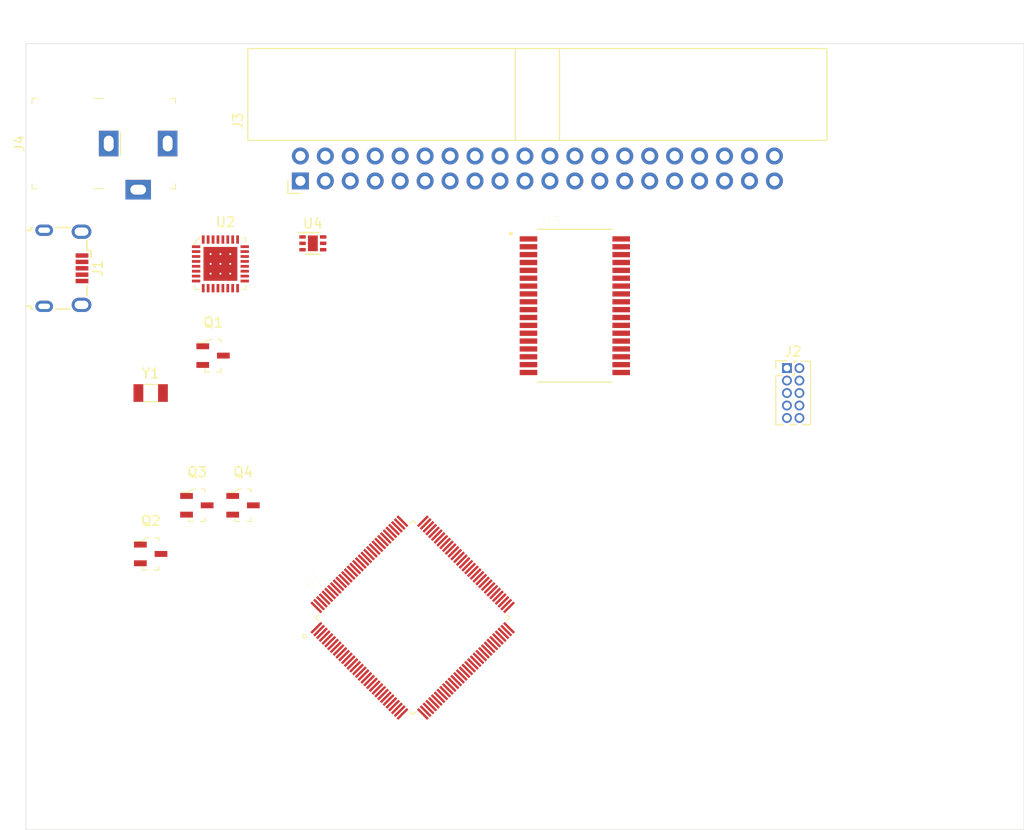
<source format=kicad_pcb>
(kicad_pcb (version 20171130) (host pcbnew 5.1.5)

  (general
    (thickness 1.6)
    (drawings 5)
    (tracks 0)
    (zones 0)
    (modules 13)
    (nets 196)
  )

  (page A4)
  (layers
    (0 F.Cu signal)
    (31 B.Cu signal)
    (32 B.Adhes user)
    (33 F.Adhes user)
    (34 B.Paste user)
    (35 F.Paste user)
    (36 B.SilkS user)
    (37 F.SilkS user)
    (38 B.Mask user)
    (39 F.Mask user)
    (40 Dwgs.User user)
    (41 Cmts.User user)
    (42 Eco1.User user)
    (43 Eco2.User user)
    (44 Edge.Cuts user)
    (45 Margin user)
    (46 B.CrtYd user)
    (47 F.CrtYd user)
    (48 B.Fab user)
    (49 F.Fab user)
  )

  (setup
    (last_trace_width 0.25)
    (trace_clearance 0.2)
    (zone_clearance 0.508)
    (zone_45_only no)
    (trace_min 0.2)
    (via_size 0.8)
    (via_drill 0.4)
    (via_min_size 0.4)
    (via_min_drill 0.3)
    (uvia_size 0.3)
    (uvia_drill 0.1)
    (uvias_allowed no)
    (uvia_min_size 0.2)
    (uvia_min_drill 0.1)
    (edge_width 0.05)
    (segment_width 0.2)
    (pcb_text_width 0.3)
    (pcb_text_size 1.5 1.5)
    (mod_edge_width 0.12)
    (mod_text_size 1 1)
    (mod_text_width 0.15)
    (pad_size 3.45 3.45)
    (pad_drill 0)
    (pad_to_mask_clearance 0.051)
    (solder_mask_min_width 0.25)
    (aux_axis_origin 0 0)
    (visible_elements 7FFFFFFF)
    (pcbplotparams
      (layerselection 0x010fc_ffffffff)
      (usegerberextensions false)
      (usegerberattributes false)
      (usegerberadvancedattributes false)
      (creategerberjobfile false)
      (excludeedgelayer true)
      (linewidth 0.100000)
      (plotframeref false)
      (viasonmask false)
      (mode 1)
      (useauxorigin false)
      (hpglpennumber 1)
      (hpglpenspeed 20)
      (hpglpendiameter 15.000000)
      (psnegative false)
      (psa4output false)
      (plotreference true)
      (plotvalue true)
      (plotinvisibletext false)
      (padsonsilk false)
      (subtractmaskfromsilk false)
      (outputformat 1)
      (mirror false)
      (drillshape 1)
      (scaleselection 1)
      (outputdirectory ""))
  )

  (net 0 "")
  (net 1 "Net-(J1-Pad4)")
  (net 2 "Net-(J2-Pad8)")
  (net 3 "Net-(J2-Pad7)")
  (net 4 "Net-(J2-Pad1)")
  (net 5 "Net-(J3-Pad40)")
  (net 6 "Net-(J3-Pad39)")
  (net 7 "Net-(J3-Pad38)")
  (net 8 "Net-(J3-Pad6)")
  (net 9 "Net-(U1-Pad95)")
  (net 10 "Net-(U1-Pad94)")
  (net 11 "Net-(U1-Pad93)")
  (net 12 "Net-(U1-Pad92)")
  (net 13 "Net-(U1-Pad89)")
  (net 14 "Net-(U1-Pad88)")
  (net 15 "Net-(U1-Pad87)")
  (net 16 "Net-(U1-Pad86)")
  (net 17 "Net-(U1-Pad85)")
  (net 18 "Net-(U1-Pad84)")
  (net 19 "Net-(U1-Pad83)")
  (net 20 "Net-(U1-Pad82)")
  (net 21 "Net-(U1-Pad81)")
  (net 22 "Net-(U1-Pad80)")
  (net 23 "Net-(U1-Pad77)")
  (net 24 "Net-(U1-Pad76)")
  (net 25 "Net-(U1-Pad75)")
  (net 26 "Net-(U1-Pad74)")
  (net 27 "Net-(U1-Pad73)")
  (net 28 "Net-(U1-Pad72)")
  (net 29 "Net-(U1-Pad71)")
  (net 30 "Net-(U1-Pad70)")
  (net 31 "Net-(U1-Pad69)")
  (net 32 "Net-(U1-Pad68)")
  (net 33 "Net-(U1-Pad32)")
  (net 34 "Net-(U1-Pad30)")
  (net 35 "Net-(U1-Pad29)")
  (net 36 "Net-(U1-Pad28)")
  (net 37 "Net-(U1-Pad27)")
  (net 38 "Net-(U1-Pad26)")
  (net 39 "Net-(U1-Pad24)")
  (net 40 "Net-(U1-Pad20)")
  (net 41 "Net-(U1-Pad19)")
  (net 42 "Net-(U1-Pad18)")
  (net 43 "Net-(U1-Pad16)")
  (net 44 "Net-(U1-Pad15)")
  (net 45 "Net-(U1-Pad14)")
  (net 46 "Net-(U1-Pad13)")
  (net 47 "Net-(U1-Pad10)")
  (net 48 "Net-(U1-Pad9)")
  (net 49 "Net-(U1-Pad8)")
  (net 50 "Net-(U1-Pad7)")
  (net 51 "Net-(U1-Pad6)")
  (net 52 "Net-(U1-Pad5)")
  (net 53 "Net-(U1-Pad4)")
  (net 54 "Net-(U1-Pad3)")
  (net 55 "Net-(C1-Pad2)")
  (net 56 "Net-(U1-Pad124)")
  (net 57 "Net-(U1-Pad123)")
  (net 58 "Net-(U1-Pad122)")
  (net 59 "Net-(U1-Pad121)")
  (net 60 "Net-(U1-Pad120)")
  (net 61 "Net-(U1-Pad119)")
  (net 62 "Net-(U1-Pad117)")
  (net 63 "Net-(U1-Pad116)")
  (net 64 "Net-(U1-Pad115)")
  (net 65 "Net-(U1-Pad114)")
  (net 66 "Net-(U1-Pad113)")
  (net 67 "Net-(U1-Pad112)")
  (net 68 "Net-(U1-Pad111)")
  (net 69 "Net-(U1-Pad110)")
  (net 70 "Net-(U1-Pad109)")
  (net 71 "Net-(U1-Pad108)")
  (net 72 "Net-(U1-Pad107)")
  (net 73 "Net-(U1-Pad105)")
  (net 74 "Net-(U1-Pad104)")
  (net 75 "Net-(U1-Pad103)")
  (net 76 "Net-(U1-Pad102)")
  (net 77 "Net-(U1-Pad99)")
  (net 78 "Net-(U1-Pad98)")
  (net 79 "Net-(U1-Pad61)")
  (net 80 "Net-(U1-Pad60)")
  (net 81 "Net-(U1-Pad59)")
  (net 82 "Net-(U1-Pad58)")
  (net 83 "Net-(U1-Pad57)")
  (net 84 "Net-(U1-Pad56)")
  (net 85 "Net-(U1-Pad55)")
  (net 86 "Net-(U1-Pad52)")
  (net 87 "Net-(U1-Pad51)")
  (net 88 "Net-(U1-Pad50)")
  (net 89 "Net-(U1-Pad49)")
  (net 90 "Net-(U1-Pad48)")
  (net 91 "Net-(U1-Pad47)")
  (net 92 "Net-(U1-Pad44)")
  (net 93 "Net-(U1-Pad43)")
  (net 94 "Net-(U1-Pad42)")
  (net 95 "Net-(U1-Pad41)")
  (net 96 "Net-(U1-Pad40)")
  (net 97 "Net-(U1-Pad39)")
  (net 98 "Net-(U1-Pad37)")
  (net 99 "Net-(U1-Pad36)")
  (net 100 "Net-(U1-Pad35)")
  (net 101 "Net-(U1-Pad34)")
  (net 102 "Net-(U1-Pad33)")
  (net 103 "Net-(U2-Pad32)")
  (net 104 "Net-(U2-Pad31)")
  (net 105 "Net-(U2-Pad29)")
  (net 106 "Net-(U2-Pad28)")
  (net 107 "Net-(U2-Pad27)")
  (net 108 "Net-(U2-Pad23)")
  (net 109 "Net-(U2-Pad22)")
  (net 110 "Net-(U2-Pad21)")
  (net 111 "Net-(U2-Pad18)")
  (net 112 "Net-(U2-Pad13)")
  (net 113 "Net-(U2-Pad12)")
  (net 114 "Net-(U2-Pad11)")
  (net 115 "Net-(U2-Pad10)")
  (net 116 "Net-(U2-Pad8)")
  (net 117 "Net-(U2-Pad7)")
  (net 118 "Net-(U2-Pad6)")
  (net 119 "Net-(U2-Pad5)")
  (net 120 "Net-(U2-Pad3)")
  (net 121 "Net-(U2-Pad25)")
  (net 122 g_3v3)
  (net 123 "Net-(U3-Pad32)")
  (net 124 "Net-(U3-Pad31)")
  (net 125 "Net-(U3-Pad30)")
  (net 126 "Net-(U3-Pad29)")
  (net 127 GND)
  (net 128 "Net-(R1-Pad1)")
  (net 129 /s_USB_INTF.sch/USB_D+)
  (net 130 /s_USB_INTF.sch/USB_D-)
  (net 131 "Net-(C2-Pad1)")
  (net 132 "Net-(C5-Pad2)")
  (net 133 "Net-(C4-Pad2)")
  (net 134 /DEBUG_RX)
  (net 135 /DEBUG_TX)
  (net 136 /s_SCREEN_INTF/TFT_STB)
  (net 137 /s_SCREEN_INTF/D23)
  (net 138 /s_SCREEN_INTF/D22)
  (net 139 /s_SCREEN_INTF/D21)
  (net 140 /s_SCREEN_INTF/D20)
  (net 141 /s_SCREEN_INTF/D19)
  (net 142 /s_SCREEN_INTF/D18)
  (net 143 /s_SCREEN_INTF/D17)
  (net 144 /s_SCREEN_INTF/D16)
  (net 145 /s_SCREEN_INTF/D15)
  (net 146 /s_SCREEN_INTF/D14)
  (net 147 /s_SCREEN_INTF/D13)
  (net 148 /s_SCREEN_INTF/D12)
  (net 149 /s_SCREEN_INTF/D11)
  (net 150 /s_SCREEN_INTF/D10)
  (net 151 /s_SCREEN_INTF/D9)
  (net 152 /s_SCREEN_INTF/D8)
  (net 153 /s_SCREEN_INTF/D7)
  (net 154 /s_SCREEN_INTF/D6)
  (net 155 /s_SCREEN_INTF/D5)
  (net 156 /s_SCREEN_INTF/D4)
  (net 157 /s_SCREEN_INTF/D3)
  (net 158 /s_SCREEN_INTF/D2)
  (net 159 /s_SCREEN_INTF/D1)
  (net 160 /s_SCREEN_INTF/D0)
  (net 161 /s_SCREEN_INTF/TFT_TE)
  (net 162 /s_SCREEN_INTF/~TFT_RD)
  (net 163 /s_SCREEN_INTF/~TFT_WR)
  (net 164 /s_SCREEN_INTF/TFT_RSDC)
  (net 165 /s_SCREEN_INTF/~TFT_RST)
  (net 166 /s_SCREEN_INTF/TFT_TOUCH_INT)
  (net 167 /s_SCREEN_INTF/~IO_EXPANDER_CS)
  (net 168 "Net-(C7-Pad1)")
  (net 169 /~TFT_CS)
  (net 170 /MASTER_I2C_SDA)
  (net 171 /MASTER_I2C_SCL)
  (net 172 /s_Power/USB_5v)
  (net 173 /s_Power/USB_3v3)
  (net 174 /MASTER_SPI_MISO)
  (net 175 /MASTER_SPI_CLK)
  (net 176 /s_USB_INTF.sch/FTDI_5V)
  (net 177 /s_USB_INTF.sch/FTDI_3V3)
  (net 178 /MASTER_SPI_MOSI)
  (net 179 "Net-(U4-Pad5)")
  (net 180 "Net-(U4-Pad3)")
  (net 181 "Net-(Q1-Pad3)")
  (net 182 "Net-(Q2-Pad3)")
  (net 183 "Net-(C10-Pad1)")
  (net 184 /s_BRAIN/~SYS_RST)
  (net 185 /s_BRAIN/SWO)
  (net 186 /s_BRAIN/SWCLK)
  (net 187 /s_BRAIN/SWDIO)
  (net 188 /s_Power/Wall_5V)
  (net 189 "Net-(J4-Pad3)")
  (net 190 /s_BRAIN/EXT_IRQ_5)
  (net 191 /s_BRAIN/EXT_IRQ_4)
  (net 192 /s_BRAIN/EXT_IRQ_3)
  (net 193 /s_BRAIN/EXT_IRQ_2)
  (net 194 /s_BRAIN/EXT_IRQ_1)
  (net 195 /s_BRAIN/EXT_IRQ_0)

  (net_class Default "This is the default net class."
    (clearance 0.2)
    (trace_width 0.25)
    (via_dia 0.8)
    (via_drill 0.4)
    (uvia_dia 0.3)
    (uvia_drill 0.1)
    (add_net /DEBUG_RX)
    (add_net /DEBUG_TX)
    (add_net /MASTER_I2C_SCL)
    (add_net /MASTER_I2C_SDA)
    (add_net /MASTER_SPI_CLK)
    (add_net /MASTER_SPI_MISO)
    (add_net /MASTER_SPI_MOSI)
    (add_net /s_BRAIN/EXT_IRQ_0)
    (add_net /s_BRAIN/EXT_IRQ_1)
    (add_net /s_BRAIN/EXT_IRQ_2)
    (add_net /s_BRAIN/EXT_IRQ_3)
    (add_net /s_BRAIN/EXT_IRQ_4)
    (add_net /s_BRAIN/EXT_IRQ_5)
    (add_net /s_BRAIN/SWCLK)
    (add_net /s_BRAIN/SWDIO)
    (add_net /s_BRAIN/SWO)
    (add_net /s_BRAIN/~SYS_RST)
    (add_net /s_Power/USB_3v3)
    (add_net /s_Power/USB_5v)
    (add_net /s_Power/Wall_5V)
    (add_net /s_SCREEN_INTF/D0)
    (add_net /s_SCREEN_INTF/D1)
    (add_net /s_SCREEN_INTF/D10)
    (add_net /s_SCREEN_INTF/D11)
    (add_net /s_SCREEN_INTF/D12)
    (add_net /s_SCREEN_INTF/D13)
    (add_net /s_SCREEN_INTF/D14)
    (add_net /s_SCREEN_INTF/D15)
    (add_net /s_SCREEN_INTF/D16)
    (add_net /s_SCREEN_INTF/D17)
    (add_net /s_SCREEN_INTF/D18)
    (add_net /s_SCREEN_INTF/D19)
    (add_net /s_SCREEN_INTF/D2)
    (add_net /s_SCREEN_INTF/D20)
    (add_net /s_SCREEN_INTF/D21)
    (add_net /s_SCREEN_INTF/D22)
    (add_net /s_SCREEN_INTF/D23)
    (add_net /s_SCREEN_INTF/D3)
    (add_net /s_SCREEN_INTF/D4)
    (add_net /s_SCREEN_INTF/D5)
    (add_net /s_SCREEN_INTF/D6)
    (add_net /s_SCREEN_INTF/D7)
    (add_net /s_SCREEN_INTF/D8)
    (add_net /s_SCREEN_INTF/D9)
    (add_net /s_SCREEN_INTF/TFT_RSDC)
    (add_net /s_SCREEN_INTF/TFT_STB)
    (add_net /s_SCREEN_INTF/TFT_TE)
    (add_net /s_SCREEN_INTF/TFT_TOUCH_INT)
    (add_net /s_SCREEN_INTF/~IO_EXPANDER_CS)
    (add_net /s_SCREEN_INTF/~TFT_RD)
    (add_net /s_SCREEN_INTF/~TFT_RST)
    (add_net /s_SCREEN_INTF/~TFT_WR)
    (add_net /s_USB_INTF.sch/FTDI_3V3)
    (add_net /s_USB_INTF.sch/FTDI_5V)
    (add_net /s_USB_INTF.sch/USB_D+)
    (add_net /s_USB_INTF.sch/USB_D-)
    (add_net /~TFT_CS)
    (add_net GND)
    (add_net "Net-(C1-Pad2)")
    (add_net "Net-(C10-Pad1)")
    (add_net "Net-(C2-Pad1)")
    (add_net "Net-(C4-Pad2)")
    (add_net "Net-(C5-Pad2)")
    (add_net "Net-(C7-Pad1)")
    (add_net "Net-(J1-Pad4)")
    (add_net "Net-(J2-Pad1)")
    (add_net "Net-(J2-Pad7)")
    (add_net "Net-(J2-Pad8)")
    (add_net "Net-(J3-Pad38)")
    (add_net "Net-(J3-Pad39)")
    (add_net "Net-(J3-Pad40)")
    (add_net "Net-(J3-Pad6)")
    (add_net "Net-(J4-Pad3)")
    (add_net "Net-(Q1-Pad3)")
    (add_net "Net-(Q2-Pad3)")
    (add_net "Net-(R1-Pad1)")
    (add_net "Net-(U1-Pad10)")
    (add_net "Net-(U1-Pad102)")
    (add_net "Net-(U1-Pad103)")
    (add_net "Net-(U1-Pad104)")
    (add_net "Net-(U1-Pad105)")
    (add_net "Net-(U1-Pad107)")
    (add_net "Net-(U1-Pad108)")
    (add_net "Net-(U1-Pad109)")
    (add_net "Net-(U1-Pad110)")
    (add_net "Net-(U1-Pad111)")
    (add_net "Net-(U1-Pad112)")
    (add_net "Net-(U1-Pad113)")
    (add_net "Net-(U1-Pad114)")
    (add_net "Net-(U1-Pad115)")
    (add_net "Net-(U1-Pad116)")
    (add_net "Net-(U1-Pad117)")
    (add_net "Net-(U1-Pad119)")
    (add_net "Net-(U1-Pad120)")
    (add_net "Net-(U1-Pad121)")
    (add_net "Net-(U1-Pad122)")
    (add_net "Net-(U1-Pad123)")
    (add_net "Net-(U1-Pad124)")
    (add_net "Net-(U1-Pad13)")
    (add_net "Net-(U1-Pad14)")
    (add_net "Net-(U1-Pad15)")
    (add_net "Net-(U1-Pad16)")
    (add_net "Net-(U1-Pad18)")
    (add_net "Net-(U1-Pad19)")
    (add_net "Net-(U1-Pad20)")
    (add_net "Net-(U1-Pad24)")
    (add_net "Net-(U1-Pad26)")
    (add_net "Net-(U1-Pad27)")
    (add_net "Net-(U1-Pad28)")
    (add_net "Net-(U1-Pad29)")
    (add_net "Net-(U1-Pad3)")
    (add_net "Net-(U1-Pad30)")
    (add_net "Net-(U1-Pad32)")
    (add_net "Net-(U1-Pad33)")
    (add_net "Net-(U1-Pad34)")
    (add_net "Net-(U1-Pad35)")
    (add_net "Net-(U1-Pad36)")
    (add_net "Net-(U1-Pad37)")
    (add_net "Net-(U1-Pad39)")
    (add_net "Net-(U1-Pad4)")
    (add_net "Net-(U1-Pad40)")
    (add_net "Net-(U1-Pad41)")
    (add_net "Net-(U1-Pad42)")
    (add_net "Net-(U1-Pad43)")
    (add_net "Net-(U1-Pad44)")
    (add_net "Net-(U1-Pad47)")
    (add_net "Net-(U1-Pad48)")
    (add_net "Net-(U1-Pad49)")
    (add_net "Net-(U1-Pad5)")
    (add_net "Net-(U1-Pad50)")
    (add_net "Net-(U1-Pad51)")
    (add_net "Net-(U1-Pad52)")
    (add_net "Net-(U1-Pad55)")
    (add_net "Net-(U1-Pad56)")
    (add_net "Net-(U1-Pad57)")
    (add_net "Net-(U1-Pad58)")
    (add_net "Net-(U1-Pad59)")
    (add_net "Net-(U1-Pad6)")
    (add_net "Net-(U1-Pad60)")
    (add_net "Net-(U1-Pad61)")
    (add_net "Net-(U1-Pad68)")
    (add_net "Net-(U1-Pad69)")
    (add_net "Net-(U1-Pad7)")
    (add_net "Net-(U1-Pad70)")
    (add_net "Net-(U1-Pad71)")
    (add_net "Net-(U1-Pad72)")
    (add_net "Net-(U1-Pad73)")
    (add_net "Net-(U1-Pad74)")
    (add_net "Net-(U1-Pad75)")
    (add_net "Net-(U1-Pad76)")
    (add_net "Net-(U1-Pad77)")
    (add_net "Net-(U1-Pad8)")
    (add_net "Net-(U1-Pad80)")
    (add_net "Net-(U1-Pad81)")
    (add_net "Net-(U1-Pad82)")
    (add_net "Net-(U1-Pad83)")
    (add_net "Net-(U1-Pad84)")
    (add_net "Net-(U1-Pad85)")
    (add_net "Net-(U1-Pad86)")
    (add_net "Net-(U1-Pad87)")
    (add_net "Net-(U1-Pad88)")
    (add_net "Net-(U1-Pad89)")
    (add_net "Net-(U1-Pad9)")
    (add_net "Net-(U1-Pad92)")
    (add_net "Net-(U1-Pad93)")
    (add_net "Net-(U1-Pad94)")
    (add_net "Net-(U1-Pad95)")
    (add_net "Net-(U1-Pad98)")
    (add_net "Net-(U1-Pad99)")
    (add_net "Net-(U2-Pad10)")
    (add_net "Net-(U2-Pad11)")
    (add_net "Net-(U2-Pad12)")
    (add_net "Net-(U2-Pad13)")
    (add_net "Net-(U2-Pad18)")
    (add_net "Net-(U2-Pad21)")
    (add_net "Net-(U2-Pad22)")
    (add_net "Net-(U2-Pad23)")
    (add_net "Net-(U2-Pad25)")
    (add_net "Net-(U2-Pad27)")
    (add_net "Net-(U2-Pad28)")
    (add_net "Net-(U2-Pad29)")
    (add_net "Net-(U2-Pad3)")
    (add_net "Net-(U2-Pad31)")
    (add_net "Net-(U2-Pad32)")
    (add_net "Net-(U2-Pad5)")
    (add_net "Net-(U2-Pad6)")
    (add_net "Net-(U2-Pad7)")
    (add_net "Net-(U2-Pad8)")
    (add_net "Net-(U3-Pad29)")
    (add_net "Net-(U3-Pad30)")
    (add_net "Net-(U3-Pad31)")
    (add_net "Net-(U3-Pad32)")
    (add_net "Net-(U4-Pad3)")
    (add_net "Net-(U4-Pad5)")
    (add_net g_3v3)
  )

  (module digikey-footprints:Barrel_Jack_5.5mmODx2.1mmID_PJ-102A (layer F.Cu) (tedit 5CAD146F) (tstamp 5E7AD729)
    (at 62.23 60.96 90)
    (path /5E7872D3/5E88DD8C)
    (fp_text reference J4 (at 0 -12.1 90) (layer F.SilkS)
      (effects (font (size 1 1) (thickness 0.15)))
    )
    (fp_text value Barrel_Jack_Switch (at 0 5.8 90) (layer F.Fab)
      (effects (font (size 1 1) (thickness 0.15)))
    )
    (fp_line (start -4.5 3.7) (end 4.5 3.7) (layer F.Fab) (width 0.1))
    (fp_line (start -4.5 3.7) (end -4.5 -10.7) (layer F.Fab) (width 0.1))
    (fp_line (start 4.5 3.7) (end 4.5 -10.7) (layer F.Fab) (width 0.1))
    (fp_line (start -4.5 -10.7) (end 4.5 -10.7) (layer F.Fab) (width 0.1))
    (fp_line (start 4.6 3.8) (end 4.1 3.8) (layer F.SilkS) (width 0.1))
    (fp_line (start 4.6 3.8) (end 4.6 3.3) (layer F.SilkS) (width 0.1))
    (fp_line (start -4.6 3.8) (end -4.1 3.8) (layer F.SilkS) (width 0.1))
    (fp_line (start -4.6 3.8) (end -4.6 3.3) (layer F.SilkS) (width 0.1))
    (fp_line (start -1.2 -1.8) (end 1.2 -1.8) (layer F.SilkS) (width 0.1))
    (fp_line (start -4.6 -10.8) (end -4.6 -10.3) (layer F.SilkS) (width 0.1))
    (fp_line (start -4.6 -10.8) (end -4.1 -10.8) (layer F.SilkS) (width 0.1))
    (fp_line (start 4.6 -10.8) (end 4.1 -10.8) (layer F.SilkS) (width 0.1))
    (fp_line (start 4.6 -10.8) (end 4.6 -10.3) (layer F.SilkS) (width 0.1))
    (fp_line (start -4.6 -3.5) (end -4.6 -4.5) (layer F.SilkS) (width 0.1))
    (fp_line (start 4.6 -3.5) (end 4.6 -4.5) (layer F.SilkS) (width 0.1))
    (fp_line (start -5.9 -10.95) (end 4.8 -10.95) (layer F.CrtYd) (width 0.05))
    (fp_line (start -5.9 -10.95) (end -5.9 4.25) (layer F.CrtYd) (width 0.05))
    (fp_line (start 4.8 -10.95) (end 4.8 4.25) (layer F.CrtYd) (width 0.05))
    (fp_line (start -5.9 4.25) (end 4.8 4.25) (layer F.CrtYd) (width 0.05))
    (pad 2 thru_hole rect (at 0 -3 90) (size 2.6 2) (drill oval 1.6 1) (layers *.Cu *.Mask)
      (net 127 GND))
    (pad 1 thru_hole rect (at 0 3 90) (size 2.6 2) (drill oval 1.6 1) (layers *.Cu *.Mask)
      (net 188 /s_Power/Wall_5V))
    (pad 3 thru_hole rect (at -4.7 0 90) (size 2 2.6) (drill oval 1 1.6) (layers *.Cu *.Mask)
      (net 189 "Net-(J4-Pad3)"))
  )

  (module digikey-footprints:SOT-23-3 (layer F.Cu) (tedit 5D28A5E3) (tstamp 5E7AA6F9)
    (at 72.9 97.79)
    (path /5E7872D3/5E9DB598)
    (attr smd)
    (fp_text reference Q4 (at 0.025 -3.375) (layer F.SilkS)
      (effects (font (size 1 1) (thickness 0.15)))
    )
    (fp_text value "Alt PFET_B" (at 0.025 3.25) (layer F.Fab)
      (effects (font (size 1 1) (thickness 0.15)))
    )
    (fp_line (start 0.7 1.52) (end 0.7 -1.52) (layer F.Fab) (width 0.1))
    (fp_line (start -0.7 1.52) (end 0.7 1.52) (layer F.Fab) (width 0.1))
    (fp_text user %R (at -0.125 0.15) (layer F.Fab)
      (effects (font (size 0.25 0.25) (thickness 0.05)))
    )
    (fp_line (start 0.825 -1.65) (end 0.825 -1.35) (layer F.SilkS) (width 0.1))
    (fp_line (start 0.45 -1.65) (end 0.825 -1.65) (layer F.SilkS) (width 0.1))
    (fp_line (start 0.825 1.65) (end 0.375 1.65) (layer F.SilkS) (width 0.1))
    (fp_line (start 0.825 1.35) (end 0.825 1.65) (layer F.SilkS) (width 0.1))
    (fp_line (start 0.825 1.425) (end 0.825 1.3) (layer F.SilkS) (width 0.1))
    (fp_line (start -0.825 1.65) (end -0.825 1.3) (layer F.SilkS) (width 0.1))
    (fp_line (start -0.35 1.65) (end -0.825 1.65) (layer F.SilkS) (width 0.1))
    (fp_line (start -0.425 -1.525) (end -0.7 -1.325) (layer F.Fab) (width 0.1))
    (fp_line (start -0.425 -1.525) (end 0.7 -1.525) (layer F.Fab) (width 0.1))
    (fp_line (start -0.7 -1.325) (end -0.7 1.525) (layer F.Fab) (width 0.1))
    (fp_line (start -0.825 -1.325) (end -1.6 -1.325) (layer F.SilkS) (width 0.1))
    (fp_line (start -0.825 -1.375) (end -0.825 -1.325) (layer F.SilkS) (width 0.1))
    (fp_line (start -0.45 -1.65) (end -0.825 -1.375) (layer F.SilkS) (width 0.1))
    (fp_line (start -0.175 -1.65) (end -0.45 -1.65) (layer F.SilkS) (width 0.1))
    (fp_line (start 1.825 -1.95) (end 1.825 1.95) (layer F.CrtYd) (width 0.05))
    (fp_line (start 1.825 1.95) (end -1.825 1.95) (layer F.CrtYd) (width 0.05))
    (fp_line (start -1.825 -1.95) (end -1.825 1.95) (layer F.CrtYd) (width 0.05))
    (fp_line (start -1.825 -1.95) (end 1.825 -1.95) (layer F.CrtYd) (width 0.05))
    (pad 1 smd rect (at -1.05 -0.95) (size 1.3 0.6) (layers F.Cu F.Paste F.Mask)
      (net 181 "Net-(Q1-Pad3)") (solder_mask_margin 0.07))
    (pad 2 smd rect (at -1.05 0.95) (size 1.3 0.6) (layers F.Cu F.Paste F.Mask)
      (net 183 "Net-(C10-Pad1)") (solder_mask_margin 0.07))
    (pad 3 smd rect (at 1.05 0) (size 1.3 0.6) (layers F.Cu F.Paste F.Mask)
      (net 182 "Net-(Q2-Pad3)") (solder_mask_margin 0.07))
  )

  (module digikey-footprints:SOT-23-3 (layer F.Cu) (tedit 5D28A5E3) (tstamp 5E7AA6DD)
    (at 68.2 97.79)
    (path /5E7872D3/5E9CBFD6)
    (attr smd)
    (fp_text reference Q3 (at 0.025 -3.375) (layer F.SilkS)
      (effects (font (size 1 1) (thickness 0.15)))
    )
    (fp_text value "Default PFET_B" (at 0.025 3.25) (layer F.Fab)
      (effects (font (size 1 1) (thickness 0.15)))
    )
    (fp_line (start 0.7 1.52) (end 0.7 -1.52) (layer F.Fab) (width 0.1))
    (fp_line (start -0.7 1.52) (end 0.7 1.52) (layer F.Fab) (width 0.1))
    (fp_text user %R (at -0.125 0.15) (layer F.Fab)
      (effects (font (size 0.25 0.25) (thickness 0.05)))
    )
    (fp_line (start 0.825 -1.65) (end 0.825 -1.35) (layer F.SilkS) (width 0.1))
    (fp_line (start 0.45 -1.65) (end 0.825 -1.65) (layer F.SilkS) (width 0.1))
    (fp_line (start 0.825 1.65) (end 0.375 1.65) (layer F.SilkS) (width 0.1))
    (fp_line (start 0.825 1.35) (end 0.825 1.65) (layer F.SilkS) (width 0.1))
    (fp_line (start 0.825 1.425) (end 0.825 1.3) (layer F.SilkS) (width 0.1))
    (fp_line (start -0.825 1.65) (end -0.825 1.3) (layer F.SilkS) (width 0.1))
    (fp_line (start -0.35 1.65) (end -0.825 1.65) (layer F.SilkS) (width 0.1))
    (fp_line (start -0.425 -1.525) (end -0.7 -1.325) (layer F.Fab) (width 0.1))
    (fp_line (start -0.425 -1.525) (end 0.7 -1.525) (layer F.Fab) (width 0.1))
    (fp_line (start -0.7 -1.325) (end -0.7 1.525) (layer F.Fab) (width 0.1))
    (fp_line (start -0.825 -1.325) (end -1.6 -1.325) (layer F.SilkS) (width 0.1))
    (fp_line (start -0.825 -1.375) (end -0.825 -1.325) (layer F.SilkS) (width 0.1))
    (fp_line (start -0.45 -1.65) (end -0.825 -1.375) (layer F.SilkS) (width 0.1))
    (fp_line (start -0.175 -1.65) (end -0.45 -1.65) (layer F.SilkS) (width 0.1))
    (fp_line (start 1.825 -1.95) (end 1.825 1.95) (layer F.CrtYd) (width 0.05))
    (fp_line (start 1.825 1.95) (end -1.825 1.95) (layer F.CrtYd) (width 0.05))
    (fp_line (start -1.825 -1.95) (end -1.825 1.95) (layer F.CrtYd) (width 0.05))
    (fp_line (start -1.825 -1.95) (end 1.825 -1.95) (layer F.CrtYd) (width 0.05))
    (pad 1 smd rect (at -1.05 -0.95) (size 1.3 0.6) (layers F.Cu F.Paste F.Mask)
      (net 173 /s_Power/USB_3v3) (solder_mask_margin 0.07))
    (pad 2 smd rect (at -1.05 0.95) (size 1.3 0.6) (layers F.Cu F.Paste F.Mask)
      (net 183 "Net-(C10-Pad1)") (solder_mask_margin 0.07))
    (pad 3 smd rect (at 1.05 0) (size 1.3 0.6) (layers F.Cu F.Paste F.Mask)
      (net 181 "Net-(Q1-Pad3)") (solder_mask_margin 0.07))
  )

  (module digikey-footprints:SOT-23-3 (layer F.Cu) (tedit 5D28A5E3) (tstamp 5E7AA6C1)
    (at 63.5 102.74)
    (path /5E7872D3/5E9D56A5)
    (attr smd)
    (fp_text reference Q2 (at 0.025 -3.375) (layer F.SilkS)
      (effects (font (size 1 1) (thickness 0.15)))
    )
    (fp_text value "Alt PFET_A" (at 0.025 3.25) (layer F.Fab)
      (effects (font (size 1 1) (thickness 0.15)))
    )
    (fp_line (start 0.7 1.52) (end 0.7 -1.52) (layer F.Fab) (width 0.1))
    (fp_line (start -0.7 1.52) (end 0.7 1.52) (layer F.Fab) (width 0.1))
    (fp_text user %R (at -0.125 0.15) (layer F.Fab)
      (effects (font (size 0.25 0.25) (thickness 0.05)))
    )
    (fp_line (start 0.825 -1.65) (end 0.825 -1.35) (layer F.SilkS) (width 0.1))
    (fp_line (start 0.45 -1.65) (end 0.825 -1.65) (layer F.SilkS) (width 0.1))
    (fp_line (start 0.825 1.65) (end 0.375 1.65) (layer F.SilkS) (width 0.1))
    (fp_line (start 0.825 1.35) (end 0.825 1.65) (layer F.SilkS) (width 0.1))
    (fp_line (start 0.825 1.425) (end 0.825 1.3) (layer F.SilkS) (width 0.1))
    (fp_line (start -0.825 1.65) (end -0.825 1.3) (layer F.SilkS) (width 0.1))
    (fp_line (start -0.35 1.65) (end -0.825 1.65) (layer F.SilkS) (width 0.1))
    (fp_line (start -0.425 -1.525) (end -0.7 -1.325) (layer F.Fab) (width 0.1))
    (fp_line (start -0.425 -1.525) (end 0.7 -1.525) (layer F.Fab) (width 0.1))
    (fp_line (start -0.7 -1.325) (end -0.7 1.525) (layer F.Fab) (width 0.1))
    (fp_line (start -0.825 -1.325) (end -1.6 -1.325) (layer F.SilkS) (width 0.1))
    (fp_line (start -0.825 -1.375) (end -0.825 -1.325) (layer F.SilkS) (width 0.1))
    (fp_line (start -0.45 -1.65) (end -0.825 -1.375) (layer F.SilkS) (width 0.1))
    (fp_line (start -0.175 -1.65) (end -0.45 -1.65) (layer F.SilkS) (width 0.1))
    (fp_line (start 1.825 -1.95) (end 1.825 1.95) (layer F.CrtYd) (width 0.05))
    (fp_line (start 1.825 1.95) (end -1.825 1.95) (layer F.CrtYd) (width 0.05))
    (fp_line (start -1.825 -1.95) (end -1.825 1.95) (layer F.CrtYd) (width 0.05))
    (fp_line (start -1.825 -1.95) (end 1.825 -1.95) (layer F.CrtYd) (width 0.05))
    (pad 1 smd rect (at -1.05 -0.95) (size 1.3 0.6) (layers F.Cu F.Paste F.Mask)
      (net 181 "Net-(Q1-Pad3)") (solder_mask_margin 0.07))
    (pad 2 smd rect (at -1.05 0.95) (size 1.3 0.6) (layers F.Cu F.Paste F.Mask)
      (net 173 /s_Power/USB_3v3) (solder_mask_margin 0.07))
    (pad 3 smd rect (at 1.05 0) (size 1.3 0.6) (layers F.Cu F.Paste F.Mask)
      (net 182 "Net-(Q2-Pad3)") (solder_mask_margin 0.07))
  )

  (module digikey-footprints:SOT-23-3 (layer F.Cu) (tedit 5D28A5E3) (tstamp 5E7AA6A5)
    (at 69.85 82.55)
    (path /5E7872D3/5E9B8E9E)
    (attr smd)
    (fp_text reference Q1 (at 0.025 -3.375) (layer F.SilkS)
      (effects (font (size 1 1) (thickness 0.15)))
    )
    (fp_text value "Default PFET_A" (at 0.025 3.25) (layer F.Fab)
      (effects (font (size 1 1) (thickness 0.15)))
    )
    (fp_line (start 0.7 1.52) (end 0.7 -1.52) (layer F.Fab) (width 0.1))
    (fp_line (start -0.7 1.52) (end 0.7 1.52) (layer F.Fab) (width 0.1))
    (fp_text user %R (at -0.125 0.15) (layer F.Fab)
      (effects (font (size 0.25 0.25) (thickness 0.05)))
    )
    (fp_line (start 0.825 -1.65) (end 0.825 -1.35) (layer F.SilkS) (width 0.1))
    (fp_line (start 0.45 -1.65) (end 0.825 -1.65) (layer F.SilkS) (width 0.1))
    (fp_line (start 0.825 1.65) (end 0.375 1.65) (layer F.SilkS) (width 0.1))
    (fp_line (start 0.825 1.35) (end 0.825 1.65) (layer F.SilkS) (width 0.1))
    (fp_line (start 0.825 1.425) (end 0.825 1.3) (layer F.SilkS) (width 0.1))
    (fp_line (start -0.825 1.65) (end -0.825 1.3) (layer F.SilkS) (width 0.1))
    (fp_line (start -0.35 1.65) (end -0.825 1.65) (layer F.SilkS) (width 0.1))
    (fp_line (start -0.425 -1.525) (end -0.7 -1.325) (layer F.Fab) (width 0.1))
    (fp_line (start -0.425 -1.525) (end 0.7 -1.525) (layer F.Fab) (width 0.1))
    (fp_line (start -0.7 -1.325) (end -0.7 1.525) (layer F.Fab) (width 0.1))
    (fp_line (start -0.825 -1.325) (end -1.6 -1.325) (layer F.SilkS) (width 0.1))
    (fp_line (start -0.825 -1.375) (end -0.825 -1.325) (layer F.SilkS) (width 0.1))
    (fp_line (start -0.45 -1.65) (end -0.825 -1.375) (layer F.SilkS) (width 0.1))
    (fp_line (start -0.175 -1.65) (end -0.45 -1.65) (layer F.SilkS) (width 0.1))
    (fp_line (start 1.825 -1.95) (end 1.825 1.95) (layer F.CrtYd) (width 0.05))
    (fp_line (start 1.825 1.95) (end -1.825 1.95) (layer F.CrtYd) (width 0.05))
    (fp_line (start -1.825 -1.95) (end -1.825 1.95) (layer F.CrtYd) (width 0.05))
    (fp_line (start -1.825 -1.95) (end 1.825 -1.95) (layer F.CrtYd) (width 0.05))
    (pad 1 smd rect (at -1.05 -0.95) (size 1.3 0.6) (layers F.Cu F.Paste F.Mask)
      (net 173 /s_Power/USB_3v3) (solder_mask_margin 0.07))
    (pad 2 smd rect (at -1.05 0.95) (size 1.3 0.6) (layers F.Cu F.Paste F.Mask)
      (net 172 /s_Power/USB_5v) (solder_mask_margin 0.07))
    (pad 3 smd rect (at 1.05 0) (size 1.3 0.6) (layers F.Cu F.Paste F.Mask)
      (net 181 "Net-(Q1-Pad3)") (solder_mask_margin 0.07))
  )

  (module Package_DFN_QFN:DFN-6-1EP_2x2mm_P0.65mm_EP1x1.6mm (layer F.Cu) (tedit 5A64E13E) (tstamp 5E7A9FEB)
    (at 80.01 71.12)
    (descr "6-Lead Plastic Dual Flat, No Lead Package (MA) - 2x2x0.9 mm Body [DFN] (see Microchip Packaging Specification 00000049BS.pdf)")
    (tags "DFN 0.65")
    (path /5E7872D3/5E7F2428)
    (attr smd)
    (fp_text reference U4 (at 0 -2.025) (layer F.SilkS)
      (effects (font (size 1 1) (thickness 0.15)))
    )
    (fp_text value NCP349MNAETBG (at 0 2.025) (layer F.Fab)
      (effects (font (size 1 1) (thickness 0.15)))
    )
    (fp_line (start -1.45 -1.1) (end 0.725 -1.1) (layer F.SilkS) (width 0.15))
    (fp_line (start -0.725 1.1) (end 0.725 1.1) (layer F.SilkS) (width 0.15))
    (fp_line (start -1.65 1.25) (end 1.65 1.25) (layer F.CrtYd) (width 0.05))
    (fp_line (start -1.65 -1.25) (end 1.65 -1.25) (layer F.CrtYd) (width 0.05))
    (fp_line (start 1.65 -1.25) (end 1.65 1.25) (layer F.CrtYd) (width 0.05))
    (fp_line (start -1.65 -1.25) (end -1.65 1.25) (layer F.CrtYd) (width 0.05))
    (fp_line (start -1 0) (end 0 -1) (layer F.Fab) (width 0.15))
    (fp_line (start -1 1) (end -1 0) (layer F.Fab) (width 0.15))
    (fp_line (start 1 1) (end -1 1) (layer F.Fab) (width 0.15))
    (fp_line (start 1 -1) (end 1 1) (layer F.Fab) (width 0.15))
    (fp_line (start 0 -1) (end 1 -1) (layer F.Fab) (width 0.15))
    (fp_text user %R (at 0 0) (layer F.Fab)
      (effects (font (size 0.5 0.5) (thickness 0.075)))
    )
    (pad "" smd rect (at 0 0.4) (size 0.82 0.63) (layers F.Paste))
    (pad "" smd rect (at 0 -0.4) (size 0.82 0.63) (layers F.Paste))
    (pad 7 smd rect (at 0 0) (size 1 1.6) (layers F.Cu F.Mask))
    (pad 6 smd rect (at 1.05 -0.65) (size 0.65 0.35) (layers F.Cu F.Paste F.Mask)
      (net 179 "Net-(U4-Pad5)"))
    (pad 5 smd rect (at 1.05 0) (size 0.65 0.35) (layers F.Cu F.Paste F.Mask)
      (net 179 "Net-(U4-Pad5)"))
    (pad 4 smd rect (at 1.05 0.65) (size 0.65 0.35) (layers F.Cu F.Paste F.Mask)
      (net 127 GND))
    (pad 3 smd rect (at -1.05 0.65) (size 0.65 0.35) (layers F.Cu F.Paste F.Mask)
      (net 180 "Net-(U4-Pad3)"))
    (pad 2 smd rect (at -1.05 0) (size 0.65 0.35) (layers F.Cu F.Paste F.Mask)
      (net 127 GND))
    (pad 1 smd rect (at -1.05 -0.65) (size 0.65 0.35) (layers F.Cu F.Paste F.Mask)
      (net 183 "Net-(C10-Pad1)"))
    (model ${KISYS3DMOD}/Package_DFN_QFN.3dshapes/DFN-6-1EP_2x2mm_P0.65mm_EP1x1.6mm.wrl
      (at (xyz 0 0 0))
      (scale (xyz 1 1 1))
      (rotate (xyz 0 0 0))
    )
  )

  (module Connector_PinHeader_1.27mm:PinHeader_2x05_P1.27mm_Vertical (layer F.Cu) (tedit 59FED6E3) (tstamp 5E75429F)
    (at 128.27 83.82)
    (descr "Through hole straight pin header, 2x05, 1.27mm pitch, double rows")
    (tags "Through hole pin header THT 2x05 1.27mm double row")
    (path /5E805E4F/5EA1E350)
    (fp_text reference J2 (at 0.635 -1.695) (layer F.SilkS)
      (effects (font (size 1 1) (thickness 0.15)))
    )
    (fp_text value Conn_ARM_JTAG_SWD_10 (at 0.635 6.775) (layer F.Fab)
      (effects (font (size 1 1) (thickness 0.15)))
    )
    (fp_text user %R (at 0.635 2.54 90) (layer F.Fab)
      (effects (font (size 1 1) (thickness 0.15)))
    )
    (fp_line (start 2.85 -1.15) (end -1.6 -1.15) (layer F.CrtYd) (width 0.05))
    (fp_line (start 2.85 6.25) (end 2.85 -1.15) (layer F.CrtYd) (width 0.05))
    (fp_line (start -1.6 6.25) (end 2.85 6.25) (layer F.CrtYd) (width 0.05))
    (fp_line (start -1.6 -1.15) (end -1.6 6.25) (layer F.CrtYd) (width 0.05))
    (fp_line (start -1.13 -0.76) (end 0 -0.76) (layer F.SilkS) (width 0.12))
    (fp_line (start -1.13 0) (end -1.13 -0.76) (layer F.SilkS) (width 0.12))
    (fp_line (start 1.57753 -0.695) (end 2.4 -0.695) (layer F.SilkS) (width 0.12))
    (fp_line (start 0.76 -0.695) (end 0.96247 -0.695) (layer F.SilkS) (width 0.12))
    (fp_line (start 0.76 -0.563471) (end 0.76 -0.695) (layer F.SilkS) (width 0.12))
    (fp_line (start 0.76 0.706529) (end 0.76 0.563471) (layer F.SilkS) (width 0.12))
    (fp_line (start 0.563471 0.76) (end 0.706529 0.76) (layer F.SilkS) (width 0.12))
    (fp_line (start -1.13 0.76) (end -0.563471 0.76) (layer F.SilkS) (width 0.12))
    (fp_line (start 2.4 -0.695) (end 2.4 5.775) (layer F.SilkS) (width 0.12))
    (fp_line (start -1.13 0.76) (end -1.13 5.775) (layer F.SilkS) (width 0.12))
    (fp_line (start 0.30753 5.775) (end 0.96247 5.775) (layer F.SilkS) (width 0.12))
    (fp_line (start 1.57753 5.775) (end 2.4 5.775) (layer F.SilkS) (width 0.12))
    (fp_line (start -1.13 5.775) (end -0.30753 5.775) (layer F.SilkS) (width 0.12))
    (fp_line (start -1.07 0.2175) (end -0.2175 -0.635) (layer F.Fab) (width 0.1))
    (fp_line (start -1.07 5.715) (end -1.07 0.2175) (layer F.Fab) (width 0.1))
    (fp_line (start 2.34 5.715) (end -1.07 5.715) (layer F.Fab) (width 0.1))
    (fp_line (start 2.34 -0.635) (end 2.34 5.715) (layer F.Fab) (width 0.1))
    (fp_line (start -0.2175 -0.635) (end 2.34 -0.635) (layer F.Fab) (width 0.1))
    (pad 10 thru_hole oval (at 1.27 5.08) (size 1 1) (drill 0.65) (layers *.Cu *.Mask)
      (net 184 /s_BRAIN/~SYS_RST))
    (pad 9 thru_hole oval (at 0 5.08) (size 1 1) (drill 0.65) (layers *.Cu *.Mask)
      (net 127 GND))
    (pad 8 thru_hole oval (at 1.27 3.81) (size 1 1) (drill 0.65) (layers *.Cu *.Mask)
      (net 2 "Net-(J2-Pad8)"))
    (pad 7 thru_hole oval (at 0 3.81) (size 1 1) (drill 0.65) (layers *.Cu *.Mask)
      (net 3 "Net-(J2-Pad7)"))
    (pad 6 thru_hole oval (at 1.27 2.54) (size 1 1) (drill 0.65) (layers *.Cu *.Mask)
      (net 185 /s_BRAIN/SWO))
    (pad 5 thru_hole oval (at 0 2.54) (size 1 1) (drill 0.65) (layers *.Cu *.Mask)
      (net 127 GND))
    (pad 4 thru_hole oval (at 1.27 1.27) (size 1 1) (drill 0.65) (layers *.Cu *.Mask)
      (net 186 /s_BRAIN/SWCLK))
    (pad 3 thru_hole oval (at 0 1.27) (size 1 1) (drill 0.65) (layers *.Cu *.Mask)
      (net 127 GND))
    (pad 2 thru_hole oval (at 1.27 0) (size 1 1) (drill 0.65) (layers *.Cu *.Mask)
      (net 187 /s_BRAIN/SWDIO))
    (pad 1 thru_hole rect (at 0 0) (size 1 1) (drill 0.65) (layers *.Cu *.Mask)
      (net 4 "Net-(J2-Pad1)"))
    (model ${KISYS3DMOD}/Connector_PinHeader_1.27mm.3dshapes/PinHeader_2x05_P1.27mm_Vertical.wrl
      (at (xyz 0 0 0))
      (scale (xyz 1 1 1))
      (rotate (xyz 0 0 0))
    )
  )

  (module Crystal:Crystal_SMD_3215-2Pin_3.2x1.5mm (layer F.Cu) (tedit 5A0FD1B2) (tstamp 5E752FF8)
    (at 63.5 86.36)
    (descr "SMD Crystal FC-135 https://support.epson.biz/td/api/doc_check.php?dl=brief_FC-135R_en.pdf")
    (tags "SMD SMT Crystal")
    (path /5E805E4F/5E75D825)
    (attr smd)
    (fp_text reference Y1 (at 0 -2) (layer F.SilkS)
      (effects (font (size 1 1) (thickness 0.15)))
    )
    (fp_text value XOSC32 (at 0 2) (layer F.Fab)
      (effects (font (size 1 1) (thickness 0.15)))
    )
    (fp_line (start 2 -1.15) (end 2 1.15) (layer F.CrtYd) (width 0.05))
    (fp_line (start -2 -1.15) (end -2 1.15) (layer F.CrtYd) (width 0.05))
    (fp_line (start -2 1.15) (end 2 1.15) (layer F.CrtYd) (width 0.05))
    (fp_line (start -1.6 0.75) (end 1.6 0.75) (layer F.Fab) (width 0.1))
    (fp_line (start -1.6 -0.75) (end 1.6 -0.75) (layer F.Fab) (width 0.1))
    (fp_line (start 1.6 -0.75) (end 1.6 0.75) (layer F.Fab) (width 0.1))
    (fp_line (start -0.675 -0.875) (end 0.675 -0.875) (layer F.SilkS) (width 0.12))
    (fp_line (start -0.675 0.875) (end 0.675 0.875) (layer F.SilkS) (width 0.12))
    (fp_line (start -1.6 -0.75) (end -1.6 0.75) (layer F.Fab) (width 0.1))
    (fp_line (start -2 -1.15) (end 2 -1.15) (layer F.CrtYd) (width 0.05))
    (fp_text user %R (at 0 -2) (layer F.Fab)
      (effects (font (size 1 1) (thickness 0.15)))
    )
    (pad 2 smd rect (at -1.25 0) (size 1 1.8) (layers F.Cu F.Paste F.Mask)
      (net 55 "Net-(C1-Pad2)"))
    (pad 1 smd rect (at 1.25 0) (size 1 1.8) (layers F.Cu F.Paste F.Mask)
      (net 131 "Net-(C2-Pad1)"))
    (model ${KISYS3DMOD}/Crystal.3dshapes/Crystal_SMD_3215-2Pin_3.2x1.5mm.wrl
      (at (xyz 0 0 0))
      (scale (xyz 1 1 1))
      (rotate (xyz 0 0 0))
    )
  )

  (module proj_modules:SOP80P1030X264-36N (layer F.Cu) (tedit 5E702418) (tstamp 5E752FE7)
    (at 106.68 77.47)
    (path /5E8589A7/5E86D6D7)
    (fp_text reference U3 (at -2.415 -8.587) (layer F.SilkS)
      (effects (font (size 1 1) (thickness 0.015)))
    )
    (fp_text value MAX7301AAX+ (at 5.84 8.587) (layer F.Fab)
      (effects (font (size 1 1) (thickness 0.015)))
    )
    (fp_line (start 5.865 -8.025) (end 5.865 8.025) (layer F.CrtYd) (width 0.05))
    (fp_line (start -5.865 -8.025) (end -5.865 8.025) (layer F.CrtYd) (width 0.05))
    (fp_line (start -5.865 8.025) (end 5.865 8.025) (layer F.CrtYd) (width 0.05))
    (fp_line (start -5.865 -8.025) (end 5.865 -8.025) (layer F.CrtYd) (width 0.05))
    (fp_line (start 3.8 -7.775) (end 3.8 7.775) (layer F.Fab) (width 0.127))
    (fp_line (start -3.8 -7.775) (end -3.8 7.775) (layer F.Fab) (width 0.127))
    (fp_line (start -3.8 7.775) (end 3.8 7.775) (layer F.SilkS) (width 0.127))
    (fp_line (start -3.8 -7.775) (end 3.8 -7.775) (layer F.SilkS) (width 0.127))
    (fp_line (start -3.8 7.775) (end 3.8 7.775) (layer F.Fab) (width 0.127))
    (fp_line (start -3.8 -7.775) (end 3.8 -7.775) (layer F.Fab) (width 0.127))
    (fp_circle (center -6.51 -7.34) (end -6.41 -7.34) (layer F.Fab) (width 0.2))
    (fp_circle (center -6.51 -7.34) (end -6.41 -7.34) (layer F.SilkS) (width 0.2))
    (pad 36 smd rect (at 4.72 -6.8) (size 1.79 0.54) (layers F.Cu F.Paste F.Mask)
      (net 122 g_3v3))
    (pad 35 smd rect (at 4.72 -6) (size 1.79 0.54) (layers F.Cu F.Paste F.Mask)
      (net 167 /s_SCREEN_INTF/~IO_EXPANDER_CS))
    (pad 34 smd rect (at 4.72 -5.2) (size 1.79 0.54) (layers F.Cu F.Paste F.Mask)
      (net 178 /MASTER_SPI_MOSI))
    (pad 33 smd rect (at 4.72 -4.4) (size 1.79 0.54) (layers F.Cu F.Paste F.Mask)
      (net 175 /MASTER_SPI_CLK))
    (pad 32 smd rect (at 4.72 -3.6) (size 1.79 0.54) (layers F.Cu F.Paste F.Mask)
      (net 123 "Net-(U3-Pad32)"))
    (pad 31 smd rect (at 4.72 -2.8) (size 1.79 0.54) (layers F.Cu F.Paste F.Mask)
      (net 124 "Net-(U3-Pad31)"))
    (pad 30 smd rect (at 4.72 -2) (size 1.79 0.54) (layers F.Cu F.Paste F.Mask)
      (net 125 "Net-(U3-Pad30)"))
    (pad 29 smd rect (at 4.72 -1.2) (size 1.79 0.54) (layers F.Cu F.Paste F.Mask)
      (net 126 "Net-(U3-Pad29)"))
    (pad 28 smd rect (at 4.72 -0.4) (size 1.79 0.54) (layers F.Cu F.Paste F.Mask)
      (net 137 /s_SCREEN_INTF/D23))
    (pad 27 smd rect (at 4.72 0.4) (size 1.79 0.54) (layers F.Cu F.Paste F.Mask)
      (net 138 /s_SCREEN_INTF/D22))
    (pad 26 smd rect (at 4.72 1.2) (size 1.79 0.54) (layers F.Cu F.Paste F.Mask)
      (net 139 /s_SCREEN_INTF/D21))
    (pad 25 smd rect (at 4.72 2) (size 1.79 0.54) (layers F.Cu F.Paste F.Mask)
      (net 140 /s_SCREEN_INTF/D20))
    (pad 24 smd rect (at 4.72 2.8) (size 1.79 0.54) (layers F.Cu F.Paste F.Mask)
      (net 141 /s_SCREEN_INTF/D19))
    (pad 23 smd rect (at 4.72 3.6) (size 1.79 0.54) (layers F.Cu F.Paste F.Mask)
      (net 142 /s_SCREEN_INTF/D18))
    (pad 22 smd rect (at 4.72 4.4) (size 1.79 0.54) (layers F.Cu F.Paste F.Mask)
      (net 143 /s_SCREEN_INTF/D17))
    (pad 21 smd rect (at 4.72 5.2) (size 1.79 0.54) (layers F.Cu F.Paste F.Mask)
      (net 144 /s_SCREEN_INTF/D16))
    (pad 20 smd rect (at 4.72 6) (size 1.79 0.54) (layers F.Cu F.Paste F.Mask)
      (net 145 /s_SCREEN_INTF/D15))
    (pad 19 smd rect (at 4.72 6.8) (size 1.79 0.54) (layers F.Cu F.Paste F.Mask)
      (net 146 /s_SCREEN_INTF/D14))
    (pad 18 smd rect (at -4.72 6.8) (size 1.79 0.54) (layers F.Cu F.Paste F.Mask)
      (net 147 /s_SCREEN_INTF/D13))
    (pad 17 smd rect (at -4.72 6) (size 1.79 0.54) (layers F.Cu F.Paste F.Mask)
      (net 148 /s_SCREEN_INTF/D12))
    (pad 16 smd rect (at -4.72 5.2) (size 1.79 0.54) (layers F.Cu F.Paste F.Mask)
      (net 149 /s_SCREEN_INTF/D11))
    (pad 15 smd rect (at -4.72 4.4) (size 1.79 0.54) (layers F.Cu F.Paste F.Mask)
      (net 150 /s_SCREEN_INTF/D10))
    (pad 14 smd rect (at -4.72 3.6) (size 1.79 0.54) (layers F.Cu F.Paste F.Mask)
      (net 151 /s_SCREEN_INTF/D9))
    (pad 13 smd rect (at -4.72 2.8) (size 1.79 0.54) (layers F.Cu F.Paste F.Mask)
      (net 152 /s_SCREEN_INTF/D8))
    (pad 12 smd rect (at -4.72 2) (size 1.79 0.54) (layers F.Cu F.Paste F.Mask)
      (net 153 /s_SCREEN_INTF/D7))
    (pad 11 smd rect (at -4.72 1.2) (size 1.79 0.54) (layers F.Cu F.Paste F.Mask)
      (net 154 /s_SCREEN_INTF/D6))
    (pad 10 smd rect (at -4.72 0.4) (size 1.79 0.54) (layers F.Cu F.Paste F.Mask)
      (net 155 /s_SCREEN_INTF/D5))
    (pad 9 smd rect (at -4.72 -0.4) (size 1.79 0.54) (layers F.Cu F.Paste F.Mask)
      (net 156 /s_SCREEN_INTF/D4))
    (pad 8 smd rect (at -4.72 -1.2) (size 1.79 0.54) (layers F.Cu F.Paste F.Mask)
      (net 157 /s_SCREEN_INTF/D3))
    (pad 7 smd rect (at -4.72 -2) (size 1.79 0.54) (layers F.Cu F.Paste F.Mask)
      (net 158 /s_SCREEN_INTF/D2))
    (pad 6 smd rect (at -4.72 -2.8) (size 1.79 0.54) (layers F.Cu F.Paste F.Mask)
      (net 159 /s_SCREEN_INTF/D1))
    (pad 5 smd rect (at -4.72 -3.6) (size 1.79 0.54) (layers F.Cu F.Paste F.Mask)
      (net 160 /s_SCREEN_INTF/D0))
    (pad 4 smd rect (at -4.72 -4.4) (size 1.79 0.54) (layers F.Cu F.Paste F.Mask)
      (net 174 /MASTER_SPI_MISO))
    (pad 3 smd rect (at -4.72 -5.2) (size 1.79 0.54) (layers F.Cu F.Paste F.Mask)
      (net 127 GND))
    (pad 2 smd rect (at -4.72 -6) (size 1.79 0.54) (layers F.Cu F.Paste F.Mask)
      (net 127 GND))
    (pad 1 smd rect (at -4.72 -6.8) (size 1.79 0.54) (layers F.Cu F.Paste F.Mask)
      (net 128 "Net-(R1-Pad1)"))
  )

  (module digikey-footprints:QFN-32-1EP_5x5mm (layer F.Cu) (tedit 5D2895FE) (tstamp 5E752FB3)
    (at 71.12 73.66)
    (path /5E7C0F59/5E84744C)
    (attr smd)
    (fp_text reference U2 (at 0 -4.71) (layer F.SilkS)
      (effects (font (size 1 1) (thickness 0.15)))
    )
    (fp_text value FT232RQ-REEL (at 0 4.51) (layer F.Fab)
      (effects (font (size 1 1) (thickness 0.15)))
    )
    (fp_line (start 1.98 2.05) (end -3.02 2.05) (layer F.Fab) (width 0.1))
    (fp_line (start 1.98 -2.95) (end 1.98 2.05) (layer F.Fab) (width 0.1))
    (fp_line (start 2.08 2.15) (end 1.68 2.15) (layer F.SilkS) (width 0.1))
    (fp_line (start 2.08 1.75) (end 2.08 2.15) (layer F.SilkS) (width 0.1))
    (fp_line (start 2.08 -3.05) (end 2.08 -2.65) (layer F.SilkS) (width 0.1))
    (fp_line (start 2.08 -3.05) (end 1.68 -3.05) (layer F.SilkS) (width 0.1))
    (fp_line (start -3.12 2.15) (end -3.12 1.75) (layer F.SilkS) (width 0.1))
    (fp_line (start -2.72 2.15) (end -3.12 2.15) (layer F.SilkS) (width 0.1))
    (fp_line (start -2.62 -2.95) (end -3.02 -2.55) (layer F.Fab) (width 0.1))
    (fp_line (start -3.02 -2.55) (end -3.02 2.05) (layer F.Fab) (width 0.1))
    (fp_line (start -2.62 -2.95) (end 1.98 -2.95) (layer F.Fab) (width 0.1))
    (fp_line (start -3.12 -2.45) (end -3.32 -2.45) (layer F.SilkS) (width 0.1))
    (fp_line (start -3.12 -2.65) (end -3.12 -2.45) (layer F.SilkS) (width 0.1))
    (fp_line (start -2.72 -3.05) (end -3.12 -2.65) (layer F.SilkS) (width 0.1))
    (fp_line (start -2.52 -3.05) (end -2.72 -3.05) (layer F.SilkS) (width 0.1))
    (fp_text user %R (at -0.52 -0.45) (layer F.Fab)
      (effects (font (size 1 1) (thickness 0.15)))
    )
    (fp_line (start 2.61 2.68) (end -3.65 2.68) (layer F.CrtYd) (width 0.05))
    (fp_line (start 2.61 -3.58) (end -3.65 -3.58) (layer F.CrtYd) (width 0.05))
    (fp_line (start 2.61 -3.58) (end 2.61 2.68) (layer F.CrtYd) (width 0.05))
    (fp_line (start -3.65 2.68) (end -3.65 -3.58) (layer F.CrtYd) (width 0.05))
    (pad 32 smd rect (at -2.27 -2.925 270) (size 0.85 0.28) (layers F.Cu F.Paste F.Mask)
      (net 103 "Net-(U2-Pad32)") (solder_mask_margin 0.07))
    (pad 31 smd rect (at -1.77 -2.925 270) (size 0.85 0.28) (layers F.Cu F.Paste F.Mask)
      (net 104 "Net-(U2-Pad31)") (solder_mask_margin 0.07))
    (pad 30 smd rect (at -1.27 -2.925 270) (size 0.85 0.28) (layers F.Cu F.Paste F.Mask)
      (net 134 /DEBUG_RX) (solder_mask_margin 0.07))
    (pad 29 smd rect (at -0.77 -2.925 270) (size 0.85 0.28) (layers F.Cu F.Paste F.Mask)
      (net 105 "Net-(U2-Pad29)") (solder_mask_margin 0.07))
    (pad 28 smd rect (at -0.27 -2.925 270) (size 0.85 0.28) (layers F.Cu F.Paste F.Mask)
      (net 106 "Net-(U2-Pad28)") (solder_mask_margin 0.07))
    (pad 27 smd rect (at 0.23 -2.925 270) (size 0.85 0.28) (layers F.Cu F.Paste F.Mask)
      (net 107 "Net-(U2-Pad27)") (solder_mask_margin 0.07))
    (pad 26 smd rect (at 0.73 -2.925 270) (size 0.85 0.28) (layers F.Cu F.Paste F.Mask)
      (net 127 GND) (solder_mask_margin 0.07))
    (pad 24 smd rect (at 1.955 -2.2 270) (size 0.28 0.85) (layers F.Cu F.Paste F.Mask)
      (net 127 GND) (solder_mask_margin 0.07))
    (pad 23 smd rect (at 1.955 -1.7 270) (size 0.28 0.85) (layers F.Cu F.Paste F.Mask)
      (net 108 "Net-(U2-Pad23)") (solder_mask_margin 0.07))
    (pad 22 smd rect (at 1.955 -1.2 270) (size 0.28 0.85) (layers F.Cu F.Paste F.Mask)
      (net 109 "Net-(U2-Pad22)") (solder_mask_margin 0.07))
    (pad 21 smd rect (at 1.955 -0.7 270) (size 0.28 0.85) (layers F.Cu F.Paste F.Mask)
      (net 110 "Net-(U2-Pad21)") (solder_mask_margin 0.07))
    (pad 20 smd rect (at 1.955 -0.2 270) (size 0.28 0.85) (layers F.Cu F.Paste F.Mask)
      (net 127 GND) (solder_mask_margin 0.07))
    (pad 19 smd rect (at 1.955 0.3 270) (size 0.28 0.85) (layers F.Cu F.Paste F.Mask)
      (net 176 /s_USB_INTF.sch/FTDI_5V) (solder_mask_margin 0.07))
    (pad 18 smd rect (at 1.955 0.8 270) (size 0.28 0.85) (layers F.Cu F.Paste F.Mask)
      (net 111 "Net-(U2-Pad18)") (solder_mask_margin 0.07))
    (pad 16 smd rect (at 1.23 2.025 270) (size 0.85 0.28) (layers F.Cu F.Paste F.Mask)
      (net 177 /s_USB_INTF.sch/FTDI_3V3) (solder_mask_margin 0.07))
    (pad 15 smd rect (at 0.73 2.025 270) (size 0.85 0.28) (layers F.Cu F.Paste F.Mask)
      (net 130 /s_USB_INTF.sch/USB_D-) (solder_mask_margin 0.07))
    (pad 14 smd rect (at 0.23 2.025 270) (size 0.85 0.28) (layers F.Cu F.Paste F.Mask)
      (net 129 /s_USB_INTF.sch/USB_D+) (solder_mask_margin 0.07))
    (pad 13 smd rect (at -0.27 2.025 270) (size 0.85 0.28) (layers F.Cu F.Paste F.Mask)
      (net 112 "Net-(U2-Pad13)") (solder_mask_margin 0.07))
    (pad 12 smd rect (at -0.77 2.025 270) (size 0.85 0.28) (layers F.Cu F.Paste F.Mask)
      (net 113 "Net-(U2-Pad12)") (solder_mask_margin 0.07))
    (pad 11 smd rect (at -1.27 2.025 270) (size 0.85 0.28) (layers F.Cu F.Paste F.Mask)
      (net 114 "Net-(U2-Pad11)") (solder_mask_margin 0.07))
    (pad 10 smd rect (at -1.77 2.025 270) (size 0.85 0.28) (layers F.Cu F.Paste F.Mask)
      (net 115 "Net-(U2-Pad10)") (solder_mask_margin 0.07))
    (pad 8 smd rect (at -2.995 1.3 270) (size 0.28 0.85) (layers F.Cu F.Paste F.Mask)
      (net 116 "Net-(U2-Pad8)") (solder_mask_margin 0.07))
    (pad 7 smd rect (at -2.995 0.8 270) (size 0.28 0.85) (layers F.Cu F.Paste F.Mask)
      (net 117 "Net-(U2-Pad7)") (solder_mask_margin 0.07))
    (pad 6 smd rect (at -2.995 0.3 270) (size 0.28 0.85) (layers F.Cu F.Paste F.Mask)
      (net 118 "Net-(U2-Pad6)") (solder_mask_margin 0.07))
    (pad 5 smd rect (at -2.995 -0.2 270) (size 0.28 0.85) (layers F.Cu F.Paste F.Mask)
      (net 119 "Net-(U2-Pad5)") (solder_mask_margin 0.07))
    (pad 4 smd rect (at -2.995 -0.7 270) (size 0.28 0.85) (layers F.Cu F.Paste F.Mask)
      (net 127 GND) (solder_mask_margin 0.07))
    (pad 3 smd rect (at -2.995 -1.2 270) (size 0.28 0.85) (layers F.Cu F.Paste F.Mask)
      (net 120 "Net-(U2-Pad3)") (solder_mask_margin 0.07))
    (pad 2 smd rect (at -2.995 -1.7 270) (size 0.28 0.85) (layers F.Cu F.Paste F.Mask)
      (net 135 /DEBUG_TX) (solder_mask_margin 0.07))
    (pad 1 smd rect (at -2.995 -2.2 270) (size 0.28 0.85) (layers F.Cu F.Paste F.Mask)
      (net 177 /s_USB_INTF.sch/FTDI_3V3) (solder_mask_margin 0.07))
    (pad 33 thru_hole circle (at -1.52 0.55 270) (size 0.2 0.2) (drill 0.2) (layers *.Cu *.Mask)
      (net 127 GND) (solder_mask_margin 0.1))
    (pad 33 thru_hole circle (at -1.52 -0.45 270) (size 0.2 0.2) (drill 0.2) (layers *.Cu *.Mask)
      (net 127 GND) (solder_mask_margin 0.1))
    (pad 33 thru_hole circle (at -1.52 -1.45 270) (size 0.2 0.2) (drill 0.2) (layers *.Cu *.Mask)
      (net 127 GND) (solder_mask_margin 0.1))
    (pad 33 thru_hole circle (at -0.52 0.55 270) (size 0.2 0.2) (drill 0.2) (layers *.Cu *.Mask)
      (net 127 GND) (solder_mask_margin 0.1))
    (pad 33 thru_hole circle (at -0.52 -0.45 270) (size 0.2 0.2) (drill 0.2) (layers *.Cu *.Mask)
      (net 127 GND) (solder_mask_margin 0.1))
    (pad 33 thru_hole circle (at -0.52 -1.45 270) (size 0.2 0.2) (drill 0.2) (layers *.Cu *.Mask)
      (net 127 GND) (solder_mask_margin 0.1))
    (pad 33 thru_hole circle (at 0.48 0.55 270) (size 0.2 0.2) (drill 0.2) (layers *.Cu *.Mask)
      (net 127 GND) (solder_mask_margin 0.1))
    (pad 33 thru_hole circle (at 0.48 -0.45 270) (size 0.2 0.2) (drill 0.2) (layers *.Cu *.Mask)
      (net 127 GND) (solder_mask_margin 0.1))
    (pad 33 thru_hole circle (at 0.48 -1.45 270) (size 0.2 0.2) (drill 0.2) (layers *.Cu *.Mask)
      (net 127 GND) (solder_mask_margin 0.1))
    (pad 33 smd rect (at -0.52 -0.45 270) (size 3.45 3.45) (layers F.Cu F.Paste F.Mask)
      (net 127 GND))
    (pad 9 smd rect (at -2.27 2.025 270) (size 0.85 0.28) (layers F.Cu F.Paste F.Mask)
      (net 177 /s_USB_INTF.sch/FTDI_3V3) (solder_mask_margin 0.07))
    (pad 17 smd rect (at 1.955 1.3 270) (size 0.28 0.85) (layers F.Cu F.Paste F.Mask)
      (net 127 GND) (solder_mask_margin 0.07))
    (pad 25 smd rect (at 1.23 -2.925 270) (size 0.85 0.28) (layers F.Cu F.Paste F.Mask)
      (net 121 "Net-(U2-Pad25)") (solder_mask_margin 0.07))
  )

  (module penguin:QFP40P1600X1600X120-128N_ATSAME54P20A (layer F.Cu) (tedit 5E6D9777) (tstamp 5E752F71)
    (at 90.17 109.22 45)
    (path /5E7872D3/5E84F3B3)
    (fp_text reference U1 (at -4.500975 -9.803025 45) (layer F.SilkS)
      (effects (font (size 1.001331 1.001331) (thickness 0.015)))
    )
    (fp_text value p_ATSAME54P20A-AU (at 6.78639 10.114365 45) (layer F.Fab)
      (effects (font (size 1.002417 1.002417) (thickness 0.015)))
    )
    (fp_line (start -7 7) (end -7 6.6) (layer F.SilkS) (width 0.127))
    (fp_line (start -6.6 7) (end -7 7) (layer F.SilkS) (width 0.127))
    (fp_line (start 7 7) (end 7 6.6) (layer F.SilkS) (width 0.127))
    (fp_line (start 6.6 7) (end 7 7) (layer F.SilkS) (width 0.127))
    (fp_line (start 7 -7) (end 7 -6.6) (layer F.SilkS) (width 0.127))
    (fp_line (start 6.6 -7) (end 7 -7) (layer F.SilkS) (width 0.127))
    (fp_line (start -7 -7) (end -7 -6.6) (layer F.SilkS) (width 0.127))
    (fp_line (start -6.6 -7) (end -7 -7) (layer F.SilkS) (width 0.127))
    (fp_line (start 8.655 8.655) (end 8.655 -8.655) (layer F.CrtYd) (width 0.05))
    (fp_line (start -8.655 8.655) (end -8.655 -8.655) (layer F.CrtYd) (width 0.05))
    (fp_line (start -8.655 -8.655) (end 8.655 -8.655) (layer F.CrtYd) (width 0.05))
    (fp_line (start -8.655 8.655) (end 8.655 8.655) (layer F.CrtYd) (width 0.05))
    (fp_line (start -7 7) (end -7 -7) (layer F.Fab) (width 0.127))
    (fp_line (start 7 7) (end 7 -7) (layer F.Fab) (width 0.127))
    (fp_line (start 7 -7) (end -7 -7) (layer F.Fab) (width 0.127))
    (fp_line (start 7 7) (end -7 7) (layer F.Fab) (width 0.127))
    (fp_circle (center -9.14 -6.44) (end -8.94 -6.44) (layer F.Fab) (width 0.1))
    (fp_circle (center -9.14 -6.44) (end -8.94 -6.44) (layer F.SilkS) (width 0.1))
    (pad 96 smd rect (at 7.67 -6.2 45) (size 1.47 0.24) (layers F.Cu F.Paste F.Mask))
    (pad 95 smd rect (at 7.67 -5.8 45) (size 1.47 0.24) (layers F.Cu F.Paste F.Mask)
      (net 9 "Net-(U1-Pad95)"))
    (pad 94 smd rect (at 7.67 -5.4 45) (size 1.47 0.24) (layers F.Cu F.Paste F.Mask)
      (net 10 "Net-(U1-Pad94)"))
    (pad 93 smd rect (at 7.67 -5 45) (size 1.47 0.24) (layers F.Cu F.Paste F.Mask)
      (net 11 "Net-(U1-Pad93)"))
    (pad 92 smd rect (at 7.67 -4.6 45) (size 1.47 0.24) (layers F.Cu F.Paste F.Mask)
      (net 12 "Net-(U1-Pad92)"))
    (pad 91 smd rect (at 7.67 -4.2 45) (size 1.47 0.24) (layers F.Cu F.Paste F.Mask)
      (net 72 "Net-(U1-Pad107)"))
    (pad 90 smd rect (at 7.67 -3.8 45) (size 1.47 0.24) (layers F.Cu F.Paste F.Mask))
    (pad 89 smd rect (at 7.67 -3.4 45) (size 1.47 0.24) (layers F.Cu F.Paste F.Mask)
      (net 13 "Net-(U1-Pad89)"))
    (pad 88 smd rect (at 7.67 -3 45) (size 1.47 0.24) (layers F.Cu F.Paste F.Mask)
      (net 14 "Net-(U1-Pad88)"))
    (pad 87 smd rect (at 7.67 -2.6 45) (size 1.47 0.24) (layers F.Cu F.Paste F.Mask)
      (net 15 "Net-(U1-Pad87)"))
    (pad 86 smd rect (at 7.67 -2.2 45) (size 1.47 0.24) (layers F.Cu F.Paste F.Mask)
      (net 16 "Net-(U1-Pad86)"))
    (pad 85 smd rect (at 7.67 -1.8 45) (size 1.47 0.24) (layers F.Cu F.Paste F.Mask)
      (net 17 "Net-(U1-Pad85)"))
    (pad 84 smd rect (at 7.67 -1.4 45) (size 1.47 0.24) (layers F.Cu F.Paste F.Mask)
      (net 18 "Net-(U1-Pad84)"))
    (pad 83 smd rect (at 7.67 -1 45) (size 1.47 0.24) (layers F.Cu F.Paste F.Mask)
      (net 19 "Net-(U1-Pad83)"))
    (pad 82 smd rect (at 7.67 -0.6 45) (size 1.47 0.24) (layers F.Cu F.Paste F.Mask)
      (net 20 "Net-(U1-Pad82)"))
    (pad 81 smd rect (at 7.67 -0.2 45) (size 1.47 0.24) (layers F.Cu F.Paste F.Mask)
      (net 21 "Net-(U1-Pad81)"))
    (pad 80 smd rect (at 7.67 0.2 45) (size 1.47 0.24) (layers F.Cu F.Paste F.Mask)
      (net 22 "Net-(U1-Pad80)"))
    (pad 79 smd rect (at 7.67 0.6 45) (size 1.47 0.24) (layers F.Cu F.Paste F.Mask)
      (net 72 "Net-(U1-Pad107)"))
    (pad 78 smd rect (at 7.67 1 45) (size 1.47 0.24) (layers F.Cu F.Paste F.Mask))
    (pad 77 smd rect (at 7.67 1.4 45) (size 1.47 0.24) (layers F.Cu F.Paste F.Mask)
      (net 23 "Net-(U1-Pad77)"))
    (pad 76 smd rect (at 7.67 1.8 45) (size 1.47 0.24) (layers F.Cu F.Paste F.Mask)
      (net 24 "Net-(U1-Pad76)"))
    (pad 75 smd rect (at 7.67 2.2 45) (size 1.47 0.24) (layers F.Cu F.Paste F.Mask)
      (net 25 "Net-(U1-Pad75)"))
    (pad 74 smd rect (at 7.67 2.6 45) (size 1.47 0.24) (layers F.Cu F.Paste F.Mask)
      (net 26 "Net-(U1-Pad74)"))
    (pad 73 smd rect (at 7.67 3 45) (size 1.47 0.24) (layers F.Cu F.Paste F.Mask)
      (net 27 "Net-(U1-Pad73)"))
    (pad 72 smd rect (at 7.67 3.4 45) (size 1.47 0.24) (layers F.Cu F.Paste F.Mask)
      (net 28 "Net-(U1-Pad72)"))
    (pad 71 smd rect (at 7.67 3.8 45) (size 1.47 0.24) (layers F.Cu F.Paste F.Mask)
      (net 29 "Net-(U1-Pad71)"))
    (pad 70 smd rect (at 7.67 4.2 45) (size 1.47 0.24) (layers F.Cu F.Paste F.Mask)
      (net 30 "Net-(U1-Pad70)"))
    (pad 69 smd rect (at 7.67 4.6 45) (size 1.47 0.24) (layers F.Cu F.Paste F.Mask)
      (net 31 "Net-(U1-Pad69)"))
    (pad 68 smd rect (at 7.67 5 45) (size 1.47 0.24) (layers F.Cu F.Paste F.Mask)
      (net 32 "Net-(U1-Pad68)"))
    (pad 67 smd rect (at 7.67 5.4 45) (size 1.47 0.24) (layers F.Cu F.Paste F.Mask)
      (net 171 /MASTER_I2C_SCL))
    (pad 66 smd rect (at 7.67 5.8 45) (size 1.47 0.24) (layers F.Cu F.Paste F.Mask)
      (net 170 /MASTER_I2C_SDA))
    (pad 65 smd rect (at 7.67 6.2 45) (size 1.47 0.24) (layers F.Cu F.Paste F.Mask)
      (net 72 "Net-(U1-Pad107)"))
    (pad 32 smd rect (at -7.67 6.2 45) (size 1.47 0.24) (layers F.Cu F.Paste F.Mask)
      (net 33 "Net-(U1-Pad32)"))
    (pad 31 smd rect (at -7.67 5.8 45) (size 1.47 0.24) (layers F.Cu F.Paste F.Mask))
    (pad 30 smd rect (at -7.67 5.4 45) (size 1.47 0.24) (layers F.Cu F.Paste F.Mask)
      (net 34 "Net-(U1-Pad30)"))
    (pad 29 smd rect (at -7.67 5 45) (size 1.47 0.24) (layers F.Cu F.Paste F.Mask)
      (net 35 "Net-(U1-Pad29)"))
    (pad 28 smd rect (at -7.67 4.6 45) (size 1.47 0.24) (layers F.Cu F.Paste F.Mask)
      (net 36 "Net-(U1-Pad28)"))
    (pad 27 smd rect (at -7.67 4.2 45) (size 1.47 0.24) (layers F.Cu F.Paste F.Mask)
      (net 37 "Net-(U1-Pad27)"))
    (pad 26 smd rect (at -7.67 3.8 45) (size 1.47 0.24) (layers F.Cu F.Paste F.Mask)
      (net 38 "Net-(U1-Pad26)"))
    (pad 25 smd rect (at -7.67 3.4 45) (size 1.47 0.24) (layers F.Cu F.Paste F.Mask)
      (net 45 "Net-(U1-Pad14)"))
    (pad 24 smd rect (at -7.67 3 45) (size 1.47 0.24) (layers F.Cu F.Paste F.Mask)
      (net 39 "Net-(U1-Pad24)"))
    (pad 23 smd rect (at -7.67 2.6 45) (size 1.47 0.24) (layers F.Cu F.Paste F.Mask)
      (net 174 /MASTER_SPI_MISO))
    (pad 22 smd rect (at -7.67 2.2 45) (size 1.47 0.24) (layers F.Cu F.Paste F.Mask)
      (net 175 /MASTER_SPI_CLK))
    (pad 21 smd rect (at -7.67 1.8 45) (size 1.47 0.24) (layers F.Cu F.Paste F.Mask)
      (net 174 /MASTER_SPI_MISO))
    (pad 20 smd rect (at -7.67 1.4 45) (size 1.47 0.24) (layers F.Cu F.Paste F.Mask)
      (net 40 "Net-(U1-Pad20)"))
    (pad 19 smd rect (at -7.67 1 45) (size 1.47 0.24) (layers F.Cu F.Paste F.Mask)
      (net 41 "Net-(U1-Pad19)"))
    (pad 18 smd rect (at -7.67 0.6 45) (size 1.47 0.24) (layers F.Cu F.Paste F.Mask)
      (net 42 "Net-(U1-Pad18)"))
    (pad 17 smd rect (at -7.67 0.2 45) (size 1.47 0.24) (layers F.Cu F.Paste F.Mask)
      (net 190 /s_BRAIN/EXT_IRQ_5))
    (pad 16 smd rect (at -7.67 -0.2 45) (size 1.47 0.24) (layers F.Cu F.Paste F.Mask)
      (net 43 "Net-(U1-Pad16)"))
    (pad 15 smd rect (at -7.67 -0.6 45) (size 1.47 0.24) (layers F.Cu F.Paste F.Mask)
      (net 44 "Net-(U1-Pad15)"))
    (pad 14 smd rect (at -7.67 -1 45) (size 1.47 0.24) (layers F.Cu F.Paste F.Mask)
      (net 45 "Net-(U1-Pad14)"))
    (pad 13 smd rect (at -7.67 -1.4 45) (size 1.47 0.24) (layers F.Cu F.Paste F.Mask)
      (net 46 "Net-(U1-Pad13)"))
    (pad 12 smd rect (at -7.67 -1.8 45) (size 1.47 0.24) (layers F.Cu F.Paste F.Mask)
      (net 191 /s_BRAIN/EXT_IRQ_4))
    (pad 11 smd rect (at -7.67 -2.2 45) (size 1.47 0.24) (layers F.Cu F.Paste F.Mask)
      (net 192 /s_BRAIN/EXT_IRQ_3))
    (pad 10 smd rect (at -7.67 -2.6 45) (size 1.47 0.24) (layers F.Cu F.Paste F.Mask)
      (net 47 "Net-(U1-Pad10)"))
    (pad 9 smd rect (at -7.67 -3 45) (size 1.47 0.24) (layers F.Cu F.Paste F.Mask)
      (net 48 "Net-(U1-Pad9)"))
    (pad 8 smd rect (at -7.67 -3.4 45) (size 1.47 0.24) (layers F.Cu F.Paste F.Mask)
      (net 49 "Net-(U1-Pad8)"))
    (pad 7 smd rect (at -7.67 -3.8 45) (size 1.47 0.24) (layers F.Cu F.Paste F.Mask)
      (net 50 "Net-(U1-Pad7)"))
    (pad 6 smd rect (at -7.67 -4.2 45) (size 1.47 0.24) (layers F.Cu F.Paste F.Mask)
      (net 51 "Net-(U1-Pad6)"))
    (pad 5 smd rect (at -7.67 -4.6 45) (size 1.47 0.24) (layers F.Cu F.Paste F.Mask)
      (net 52 "Net-(U1-Pad5)"))
    (pad 4 smd rect (at -7.67 -5 45) (size 1.47 0.24) (layers F.Cu F.Paste F.Mask)
      (net 53 "Net-(U1-Pad4)"))
    (pad 3 smd rect (at -7.67 -5.4 45) (size 1.47 0.24) (layers F.Cu F.Paste F.Mask)
      (net 54 "Net-(U1-Pad3)"))
    (pad 2 smd rect (at -7.67 -5.8 45) (size 1.47 0.24) (layers F.Cu F.Paste F.Mask)
      (net 131 "Net-(C2-Pad1)"))
    (pad 1 smd rect (at -7.67 -6.2 45) (size 1.47 0.24) (layers F.Cu F.Paste F.Mask)
      (net 55 "Net-(C1-Pad2)"))
    (pad 128 smd rect (at -6.2 -7.67 45) (size 0.24 1.47) (layers F.Cu F.Paste F.Mask)
      (net 122 g_3v3))
    (pad 127 smd rect (at -5.8 -7.67 45) (size 0.24 1.47) (layers F.Cu F.Paste F.Mask)
      (net 193 /s_BRAIN/EXT_IRQ_2))
    (pad 126 smd rect (at -5.4 -7.67 45) (size 0.24 1.47) (layers F.Cu F.Paste F.Mask)
      (net 194 /s_BRAIN/EXT_IRQ_1))
    (pad 125 smd rect (at -5 -7.67 45) (size 0.24 1.47) (layers F.Cu F.Paste F.Mask)
      (net 195 /s_BRAIN/EXT_IRQ_0))
    (pad 124 smd rect (at -4.6 -7.67 45) (size 0.24 1.47) (layers F.Cu F.Paste F.Mask)
      (net 56 "Net-(U1-Pad124)"))
    (pad 123 smd rect (at -4.2 -7.67 45) (size 0.24 1.47) (layers F.Cu F.Paste F.Mask)
      (net 57 "Net-(U1-Pad123)"))
    (pad 122 smd rect (at -3.8 -7.67 45) (size 0.24 1.47) (layers F.Cu F.Paste F.Mask)
      (net 58 "Net-(U1-Pad122)"))
    (pad 121 smd rect (at -3.4 -7.67 45) (size 0.24 1.47) (layers F.Cu F.Paste F.Mask)
      (net 59 "Net-(U1-Pad121)"))
    (pad 120 smd rect (at -3 -7.67 45) (size 0.24 1.47) (layers F.Cu F.Paste F.Mask)
      (net 60 "Net-(U1-Pad120)"))
    (pad 119 smd rect (at -2.6 -7.67 45) (size 0.24 1.47) (layers F.Cu F.Paste F.Mask)
      (net 61 "Net-(U1-Pad119)"))
    (pad 118 smd rect (at -2.2 -7.67 45) (size 0.24 1.47) (layers F.Cu F.Paste F.Mask)
      (net 72 "Net-(U1-Pad107)"))
    (pad 117 smd rect (at -1.8 -7.67 45) (size 0.24 1.47) (layers F.Cu F.Paste F.Mask)
      (net 62 "Net-(U1-Pad117)"))
    (pad 116 smd rect (at -1.4 -7.67 45) (size 0.24 1.47) (layers F.Cu F.Paste F.Mask)
      (net 63 "Net-(U1-Pad116)"))
    (pad 115 smd rect (at -1 -7.67 45) (size 0.24 1.47) (layers F.Cu F.Paste F.Mask)
      (net 64 "Net-(U1-Pad115)"))
    (pad 114 smd rect (at -0.6 -7.67 45) (size 0.24 1.47) (layers F.Cu F.Paste F.Mask)
      (net 65 "Net-(U1-Pad114)"))
    (pad 113 smd rect (at -0.2 -7.67 45) (size 0.24 1.47) (layers F.Cu F.Paste F.Mask)
      (net 66 "Net-(U1-Pad113)"))
    (pad 112 smd rect (at 0.2 -7.67 45) (size 0.24 1.47) (layers F.Cu F.Paste F.Mask)
      (net 67 "Net-(U1-Pad112)"))
    (pad 111 smd rect (at 0.6 -7.67 45) (size 0.24 1.47) (layers F.Cu F.Paste F.Mask)
      (net 68 "Net-(U1-Pad111)"))
    (pad 110 smd rect (at 1 -7.67 45) (size 0.24 1.47) (layers F.Cu F.Paste F.Mask)
      (net 69 "Net-(U1-Pad110)"))
    (pad 109 smd rect (at 1.4 -7.67 45) (size 0.24 1.47) (layers F.Cu F.Paste F.Mask)
      (net 70 "Net-(U1-Pad109)"))
    (pad 108 smd rect (at 1.8 -7.67 45) (size 0.24 1.47) (layers F.Cu F.Paste F.Mask)
      (net 71 "Net-(U1-Pad108)"))
    (pad 107 smd rect (at 2.2 -7.67 45) (size 0.24 1.47) (layers F.Cu F.Paste F.Mask)
      (net 72 "Net-(U1-Pad107)"))
    (pad 106 smd rect (at 2.6 -7.67 45) (size 0.24 1.47) (layers F.Cu F.Paste F.Mask))
    (pad 105 smd rect (at 3 -7.67 45) (size 0.24 1.47) (layers F.Cu F.Paste F.Mask)
      (net 73 "Net-(U1-Pad105)"))
    (pad 104 smd rect (at 3.4 -7.67 45) (size 0.24 1.47) (layers F.Cu F.Paste F.Mask)
      (net 74 "Net-(U1-Pad104)"))
    (pad 103 smd rect (at 3.8 -7.67 45) (size 0.24 1.47) (layers F.Cu F.Paste F.Mask)
      (net 75 "Net-(U1-Pad103)"))
    (pad 102 smd rect (at 4.2 -7.67 45) (size 0.24 1.47) (layers F.Cu F.Paste F.Mask)
      (net 76 "Net-(U1-Pad102)"))
    (pad 101 smd rect (at 4.6 -7.67 45) (size 0.24 1.47) (layers F.Cu F.Paste F.Mask)
      (net 135 /DEBUG_TX))
    (pad 100 smd rect (at 5 -7.67 45) (size 0.24 1.47) (layers F.Cu F.Paste F.Mask)
      (net 134 /DEBUG_RX))
    (pad 99 smd rect (at 5.4 -7.67 45) (size 0.24 1.47) (layers F.Cu F.Paste F.Mask)
      (net 77 "Net-(U1-Pad99)"))
    (pad 98 smd rect (at 5.8 -7.67 45) (size 0.24 1.47) (layers F.Cu F.Paste F.Mask)
      (net 78 "Net-(U1-Pad98)"))
    (pad 97 smd rect (at 6.2 -7.67 45) (size 0.24 1.47) (layers F.Cu F.Paste F.Mask)
      (net 72 "Net-(U1-Pad107)"))
    (pad 64 smd rect (at 6.2 7.67 45) (size 0.24 1.47) (layers F.Cu F.Paste F.Mask))
    (pad 63 smd rect (at 5.8 7.67 45) (size 0.24 1.47) (layers F.Cu F.Paste F.Mask)
      (net 132 "Net-(C5-Pad2)"))
    (pad 62 smd rect (at 5.4 7.67 45) (size 0.24 1.47) (layers F.Cu F.Paste F.Mask)
      (net 133 "Net-(C4-Pad2)"))
    (pad 61 smd rect (at 5 7.67 45) (size 0.24 1.47) (layers F.Cu F.Paste F.Mask)
      (net 79 "Net-(U1-Pad61)"))
    (pad 60 smd rect (at 4.6 7.67 45) (size 0.24 1.47) (layers F.Cu F.Paste F.Mask)
      (net 80 "Net-(U1-Pad60)"))
    (pad 59 smd rect (at 4.2 7.67 45) (size 0.24 1.47) (layers F.Cu F.Paste F.Mask)
      (net 81 "Net-(U1-Pad59)"))
    (pad 58 smd rect (at 3.8 7.67 45) (size 0.24 1.47) (layers F.Cu F.Paste F.Mask)
      (net 82 "Net-(U1-Pad58)"))
    (pad 57 smd rect (at 3.4 7.67 45) (size 0.24 1.47) (layers F.Cu F.Paste F.Mask)
      (net 83 "Net-(U1-Pad57)"))
    (pad 56 smd rect (at 3 7.67 45) (size 0.24 1.47) (layers F.Cu F.Paste F.Mask)
      (net 84 "Net-(U1-Pad56)"))
    (pad 55 smd rect (at 2.6 7.67 45) (size 0.24 1.47) (layers F.Cu F.Paste F.Mask)
      (net 85 "Net-(U1-Pad55)"))
    (pad 54 smd rect (at 2.2 7.67 45) (size 0.24 1.47) (layers F.Cu F.Paste F.Mask)
      (net 72 "Net-(U1-Pad107)"))
    (pad 53 smd rect (at 1.8 7.67 45) (size 0.24 1.47) (layers F.Cu F.Paste F.Mask))
    (pad 52 smd rect (at 1.4 7.67 45) (size 0.24 1.47) (layers F.Cu F.Paste F.Mask)
      (net 86 "Net-(U1-Pad52)"))
    (pad 51 smd rect (at 1 7.67 45) (size 0.24 1.47) (layers F.Cu F.Paste F.Mask)
      (net 87 "Net-(U1-Pad51)"))
    (pad 50 smd rect (at 0.6 7.67 45) (size 0.24 1.47) (layers F.Cu F.Paste F.Mask)
      (net 88 "Net-(U1-Pad50)"))
    (pad 49 smd rect (at 0.2 7.67 45) (size 0.24 1.47) (layers F.Cu F.Paste F.Mask)
      (net 89 "Net-(U1-Pad49)"))
    (pad 48 smd rect (at -0.2 7.67 45) (size 0.24 1.47) (layers F.Cu F.Paste F.Mask)
      (net 90 "Net-(U1-Pad48)"))
    (pad 47 smd rect (at -0.6 7.67 45) (size 0.24 1.47) (layers F.Cu F.Paste F.Mask)
      (net 91 "Net-(U1-Pad47)"))
    (pad 46 smd rect (at -1 7.67 45) (size 0.24 1.47) (layers F.Cu F.Paste F.Mask)
      (net 72 "Net-(U1-Pad107)"))
    (pad 45 smd rect (at -1.4 7.67 45) (size 0.24 1.47) (layers F.Cu F.Paste F.Mask))
    (pad 44 smd rect (at -1.8 7.67 45) (size 0.24 1.47) (layers F.Cu F.Paste F.Mask)
      (net 92 "Net-(U1-Pad44)"))
    (pad 43 smd rect (at -2.2 7.67 45) (size 0.24 1.47) (layers F.Cu F.Paste F.Mask)
      (net 93 "Net-(U1-Pad43)"))
    (pad 42 smd rect (at -2.6 7.67 45) (size 0.24 1.47) (layers F.Cu F.Paste F.Mask)
      (net 94 "Net-(U1-Pad42)"))
    (pad 41 smd rect (at -3 7.67 45) (size 0.24 1.47) (layers F.Cu F.Paste F.Mask)
      (net 95 "Net-(U1-Pad41)"))
    (pad 40 smd rect (at -3.4 7.67 45) (size 0.24 1.47) (layers F.Cu F.Paste F.Mask)
      (net 96 "Net-(U1-Pad40)"))
    (pad 39 smd rect (at -3.8 7.67 45) (size 0.24 1.47) (layers F.Cu F.Paste F.Mask)
      (net 97 "Net-(U1-Pad39)"))
    (pad 38 smd rect (at -4.2 7.67 45) (size 0.24 1.47) (layers F.Cu F.Paste F.Mask))
    (pad 37 smd rect (at -4.6 7.67 45) (size 0.24 1.47) (layers F.Cu F.Paste F.Mask)
      (net 98 "Net-(U1-Pad37)"))
    (pad 36 smd rect (at -5 7.67 45) (size 0.24 1.47) (layers F.Cu F.Paste F.Mask)
      (net 99 "Net-(U1-Pad36)"))
    (pad 35 smd rect (at -5.4 7.67 45) (size 0.24 1.47) (layers F.Cu F.Paste F.Mask)
      (net 100 "Net-(U1-Pad35)"))
    (pad 34 smd rect (at -5.8 7.67 45) (size 0.24 1.47) (layers F.Cu F.Paste F.Mask)
      (net 101 "Net-(U1-Pad34)"))
    (pad 33 smd rect (at -6.2 7.67 45) (size 0.24 1.47) (layers F.Cu F.Paste F.Mask)
      (net 102 "Net-(U1-Pad33)"))
  )

  (module Connector_IDC:IDC-Header_2x20_P2.54mm_Horizontal (layer F.Cu) (tedit 59DE239E) (tstamp 5E752EDB)
    (at 78.74 64.77 90)
    (descr "Through hole angled IDC box header, 2x20, 2.54mm pitch, double rows")
    (tags "Through hole IDC box header THT 2x20 2.54mm double row")
    (path /5E8589A7/5E858ED6)
    (fp_text reference J3 (at 6.105 -6.35 90) (layer F.SilkS)
      (effects (font (size 1 1) (thickness 0.15)))
    )
    (fp_text value Conn_02x20_Odd_Even_LCD_INTF (at 6.105 54.864 90) (layer F.Fab)
      (effects (font (size 1 1) (thickness 0.15)))
    )
    (fp_line (start 13.48 53.61) (end -1.12 53.61) (layer F.CrtYd) (width 0.05))
    (fp_line (start 13.48 -5.35) (end 13.48 53.61) (layer F.CrtYd) (width 0.05))
    (fp_line (start -1.12 53.61) (end -1.12 -5.35) (layer F.CrtYd) (width 0.05))
    (fp_line (start -1.12 -5.35) (end 13.48 -5.35) (layer F.CrtYd) (width 0.05))
    (fp_line (start 4.13 53.61) (end 4.13 -5.35) (layer F.SilkS) (width 0.12))
    (fp_line (start 4.13 53.61) (end 13.48 53.61) (layer F.SilkS) (width 0.12))
    (fp_line (start 4.13 26.38) (end 13.48 26.38) (layer F.SilkS) (width 0.12))
    (fp_line (start 4.13 21.88) (end 13.48 21.88) (layer F.SilkS) (width 0.12))
    (fp_line (start 4.13 -5.35) (end 13.48 -5.35) (layer F.SilkS) (width 0.12))
    (fp_line (start 13.48 -5.35) (end 13.48 53.61) (layer F.SilkS) (width 0.12))
    (fp_line (start 0 -1.27) (end -1.27 -1.27) (layer F.SilkS) (width 0.12))
    (fp_line (start -1.27 -1.27) (end -1.27 0) (layer F.SilkS) (width 0.12))
    (fp_line (start 5.38 -5.1) (end 13.23 -5.1) (layer F.Fab) (width 0.1))
    (fp_line (start 4.38 9.84) (end -0.32 9.84) (layer F.Fab) (width 0.1))
    (fp_line (start 4.38 7.3) (end -0.32 7.3) (layer F.Fab) (width 0.1))
    (fp_line (start 4.38 53.36) (end 4.38 -4.1) (layer F.Fab) (width 0.1))
    (fp_line (start 4.38 53.36) (end 13.23 53.36) (layer F.Fab) (width 0.1))
    (fp_line (start 4.38 47.94) (end -0.32 47.94) (layer F.Fab) (width 0.1))
    (fp_line (start 4.38 45.4) (end -0.32 45.4) (layer F.Fab) (width 0.1))
    (fp_line (start 4.38 42.86) (end -0.32 42.86) (layer F.Fab) (width 0.1))
    (fp_line (start 4.38 40.32) (end -0.32 40.32) (layer F.Fab) (width 0.1))
    (fp_line (start 4.38 4.76) (end -0.32 4.76) (layer F.Fab) (width 0.1))
    (fp_line (start 4.38 37.78) (end -0.32 37.78) (layer F.Fab) (width 0.1))
    (fp_line (start 4.38 35.24) (end -0.32 35.24) (layer F.Fab) (width 0.1))
    (fp_line (start 4.38 32.7) (end -0.32 32.7) (layer F.Fab) (width 0.1))
    (fp_line (start 4.38 30.16) (end -0.32 30.16) (layer F.Fab) (width 0.1))
    (fp_line (start 4.38 27.62) (end -0.32 27.62) (layer F.Fab) (width 0.1))
    (fp_line (start 4.38 26.38) (end 13.23 26.38) (layer F.Fab) (width 0.1))
    (fp_line (start 4.38 25.08) (end -0.32 25.08) (layer F.Fab) (width 0.1))
    (fp_line (start 4.38 22.54) (end -0.32 22.54) (layer F.Fab) (width 0.1))
    (fp_line (start 4.38 21.88) (end 13.23 21.88) (layer F.Fab) (width 0.1))
    (fp_line (start 4.38 20) (end -0.32 20) (layer F.Fab) (width 0.1))
    (fp_line (start 4.38 2.22) (end -0.32 2.22) (layer F.Fab) (width 0.1))
    (fp_line (start 4.38 17.46) (end -0.32 17.46) (layer F.Fab) (width 0.1))
    (fp_line (start 4.38 14.92) (end -0.32 14.92) (layer F.Fab) (width 0.1))
    (fp_line (start 4.38 12.38) (end -0.32 12.38) (layer F.Fab) (width 0.1))
    (fp_line (start 4.38 -4.1) (end 5.38 -5.1) (layer F.Fab) (width 0.1))
    (fp_line (start 4.38 -0.32) (end -0.32 -0.32) (layer F.Fab) (width 0.1))
    (fp_line (start 13.23 53.36) (end 13.23 -5.1) (layer F.Fab) (width 0.1))
    (fp_line (start -0.32 9.84) (end -0.32 10.48) (layer F.Fab) (width 0.1))
    (fp_line (start -0.32 7.94) (end 4.38 7.94) (layer F.Fab) (width 0.1))
    (fp_line (start -0.32 7.3) (end -0.32 7.94) (layer F.Fab) (width 0.1))
    (fp_line (start -0.32 5.4) (end 4.38 5.4) (layer F.Fab) (width 0.1))
    (fp_line (start -0.32 48.58) (end 4.38 48.58) (layer F.Fab) (width 0.1))
    (fp_line (start -0.32 47.94) (end -0.32 48.58) (layer F.Fab) (width 0.1))
    (fp_line (start -0.32 46.04) (end 4.38 46.04) (layer F.Fab) (width 0.1))
    (fp_line (start -0.32 45.4) (end -0.32 46.04) (layer F.Fab) (width 0.1))
    (fp_line (start -0.32 43.5) (end 4.38 43.5) (layer F.Fab) (width 0.1))
    (fp_line (start -0.32 42.86) (end -0.32 43.5) (layer F.Fab) (width 0.1))
    (fp_line (start -0.32 40.96) (end 4.38 40.96) (layer F.Fab) (width 0.1))
    (fp_line (start -0.32 40.32) (end -0.32 40.96) (layer F.Fab) (width 0.1))
    (fp_line (start -0.32 4.76) (end -0.32 5.4) (layer F.Fab) (width 0.1))
    (fp_line (start -0.32 38.42) (end 4.38 38.42) (layer F.Fab) (width 0.1))
    (fp_line (start -0.32 37.78) (end -0.32 38.42) (layer F.Fab) (width 0.1))
    (fp_line (start -0.32 35.88) (end 4.38 35.88) (layer F.Fab) (width 0.1))
    (fp_line (start -0.32 35.24) (end -0.32 35.88) (layer F.Fab) (width 0.1))
    (fp_line (start -0.32 33.34) (end 4.38 33.34) (layer F.Fab) (width 0.1))
    (fp_line (start -0.32 32.7) (end -0.32 33.34) (layer F.Fab) (width 0.1))
    (fp_line (start -0.32 30.8) (end 4.38 30.8) (layer F.Fab) (width 0.1))
    (fp_line (start -0.32 30.16) (end -0.32 30.8) (layer F.Fab) (width 0.1))
    (fp_line (start -0.32 28.26) (end 4.38 28.26) (layer F.Fab) (width 0.1))
    (fp_line (start -0.32 27.62) (end -0.32 28.26) (layer F.Fab) (width 0.1))
    (fp_line (start -0.32 25.72) (end 4.38 25.72) (layer F.Fab) (width 0.1))
    (fp_line (start -0.32 25.08) (end -0.32 25.72) (layer F.Fab) (width 0.1))
    (fp_line (start -0.32 23.18) (end 4.38 23.18) (layer F.Fab) (width 0.1))
    (fp_line (start -0.32 22.54) (end -0.32 23.18) (layer F.Fab) (width 0.1))
    (fp_line (start -0.32 20.64) (end 4.38 20.64) (layer F.Fab) (width 0.1))
    (fp_line (start -0.32 20) (end -0.32 20.64) (layer F.Fab) (width 0.1))
    (fp_line (start -0.32 2.86) (end 4.38 2.86) (layer F.Fab) (width 0.1))
    (fp_line (start -0.32 2.22) (end -0.32 2.86) (layer F.Fab) (width 0.1))
    (fp_line (start -0.32 18.1) (end 4.38 18.1) (layer F.Fab) (width 0.1))
    (fp_line (start -0.32 17.46) (end -0.32 18.1) (layer F.Fab) (width 0.1))
    (fp_line (start -0.32 15.56) (end 4.38 15.56) (layer F.Fab) (width 0.1))
    (fp_line (start -0.32 14.92) (end -0.32 15.56) (layer F.Fab) (width 0.1))
    (fp_line (start -0.32 13.02) (end 4.38 13.02) (layer F.Fab) (width 0.1))
    (fp_line (start -0.32 12.38) (end -0.32 13.02) (layer F.Fab) (width 0.1))
    (fp_line (start -0.32 10.48) (end 4.38 10.48) (layer F.Fab) (width 0.1))
    (fp_line (start -0.32 0.32) (end 4.38 0.32) (layer F.Fab) (width 0.1))
    (fp_line (start -0.32 -0.32) (end -0.32 0.32) (layer F.Fab) (width 0.1))
    (fp_text user %R (at 8.805 24.13) (layer F.Fab)
      (effects (font (size 1 1) (thickness 0.15)))
    )
    (pad 40 thru_hole oval (at 2.54 48.26 90) (size 1.7272 1.7272) (drill 1.016) (layers *.Cu *.Mask)
      (net 5 "Net-(J3-Pad40)"))
    (pad 39 thru_hole oval (at 0 48.26 90) (size 1.7272 1.7272) (drill 1.016) (layers *.Cu *.Mask)
      (net 6 "Net-(J3-Pad39)"))
    (pad 38 thru_hole oval (at 2.54 45.72 90) (size 1.7272 1.7272) (drill 1.016) (layers *.Cu *.Mask)
      (net 7 "Net-(J3-Pad38)"))
    (pad 37 thru_hole oval (at 0 45.72 90) (size 1.7272 1.7272) (drill 1.016) (layers *.Cu *.Mask)
      (net 136 /s_SCREEN_INTF/TFT_STB))
    (pad 36 thru_hole oval (at 2.54 43.18 90) (size 1.7272 1.7272) (drill 1.016) (layers *.Cu *.Mask)
      (net 137 /s_SCREEN_INTF/D23))
    (pad 35 thru_hole oval (at 0 43.18 90) (size 1.7272 1.7272) (drill 1.016) (layers *.Cu *.Mask)
      (net 138 /s_SCREEN_INTF/D22))
    (pad 34 thru_hole oval (at 2.54 40.64 90) (size 1.7272 1.7272) (drill 1.016) (layers *.Cu *.Mask)
      (net 139 /s_SCREEN_INTF/D21))
    (pad 33 thru_hole oval (at 0 40.64 90) (size 1.7272 1.7272) (drill 1.016) (layers *.Cu *.Mask)
      (net 140 /s_SCREEN_INTF/D20))
    (pad 32 thru_hole oval (at 2.54 38.1 90) (size 1.7272 1.7272) (drill 1.016) (layers *.Cu *.Mask)
      (net 141 /s_SCREEN_INTF/D19))
    (pad 31 thru_hole oval (at 0 38.1 90) (size 1.7272 1.7272) (drill 1.016) (layers *.Cu *.Mask)
      (net 142 /s_SCREEN_INTF/D18))
    (pad 30 thru_hole oval (at 2.54 35.56 90) (size 1.7272 1.7272) (drill 1.016) (layers *.Cu *.Mask)
      (net 143 /s_SCREEN_INTF/D17))
    (pad 29 thru_hole oval (at 0 35.56 90) (size 1.7272 1.7272) (drill 1.016) (layers *.Cu *.Mask)
      (net 144 /s_SCREEN_INTF/D16))
    (pad 28 thru_hole oval (at 2.54 33.02 90) (size 1.7272 1.7272) (drill 1.016) (layers *.Cu *.Mask)
      (net 145 /s_SCREEN_INTF/D15))
    (pad 27 thru_hole oval (at 0 33.02 90) (size 1.7272 1.7272) (drill 1.016) (layers *.Cu *.Mask)
      (net 146 /s_SCREEN_INTF/D14))
    (pad 26 thru_hole oval (at 2.54 30.48 90) (size 1.7272 1.7272) (drill 1.016) (layers *.Cu *.Mask)
      (net 147 /s_SCREEN_INTF/D13))
    (pad 25 thru_hole oval (at 0 30.48 90) (size 1.7272 1.7272) (drill 1.016) (layers *.Cu *.Mask)
      (net 148 /s_SCREEN_INTF/D12))
    (pad 24 thru_hole oval (at 2.54 27.94 90) (size 1.7272 1.7272) (drill 1.016) (layers *.Cu *.Mask)
      (net 149 /s_SCREEN_INTF/D11))
    (pad 23 thru_hole oval (at 0 27.94 90) (size 1.7272 1.7272) (drill 1.016) (layers *.Cu *.Mask)
      (net 150 /s_SCREEN_INTF/D10))
    (pad 22 thru_hole oval (at 2.54 25.4 90) (size 1.7272 1.7272) (drill 1.016) (layers *.Cu *.Mask)
      (net 151 /s_SCREEN_INTF/D9))
    (pad 21 thru_hole oval (at 0 25.4 90) (size 1.7272 1.7272) (drill 1.016) (layers *.Cu *.Mask)
      (net 152 /s_SCREEN_INTF/D8))
    (pad 20 thru_hole oval (at 2.54 22.86 90) (size 1.7272 1.7272) (drill 1.016) (layers *.Cu *.Mask)
      (net 153 /s_SCREEN_INTF/D7))
    (pad 19 thru_hole oval (at 0 22.86 90) (size 1.7272 1.7272) (drill 1.016) (layers *.Cu *.Mask)
      (net 154 /s_SCREEN_INTF/D6))
    (pad 18 thru_hole oval (at 2.54 20.32 90) (size 1.7272 1.7272) (drill 1.016) (layers *.Cu *.Mask)
      (net 155 /s_SCREEN_INTF/D5))
    (pad 17 thru_hole oval (at 0 20.32 90) (size 1.7272 1.7272) (drill 1.016) (layers *.Cu *.Mask)
      (net 156 /s_SCREEN_INTF/D4))
    (pad 16 thru_hole oval (at 2.54 17.78 90) (size 1.7272 1.7272) (drill 1.016) (layers *.Cu *.Mask)
      (net 157 /s_SCREEN_INTF/D3))
    (pad 15 thru_hole oval (at 0 17.78 90) (size 1.7272 1.7272) (drill 1.016) (layers *.Cu *.Mask)
      (net 158 /s_SCREEN_INTF/D2))
    (pad 14 thru_hole oval (at 2.54 15.24 90) (size 1.7272 1.7272) (drill 1.016) (layers *.Cu *.Mask)
      (net 159 /s_SCREEN_INTF/D1))
    (pad 13 thru_hole oval (at 0 15.24 90) (size 1.7272 1.7272) (drill 1.016) (layers *.Cu *.Mask)
      (net 160 /s_SCREEN_INTF/D0))
    (pad 12 thru_hole oval (at 2.54 12.7 90) (size 1.7272 1.7272) (drill 1.016) (layers *.Cu *.Mask)
      (net 161 /s_SCREEN_INTF/TFT_TE))
    (pad 11 thru_hole oval (at 0 12.7 90) (size 1.7272 1.7272) (drill 1.016) (layers *.Cu *.Mask)
      (net 162 /s_SCREEN_INTF/~TFT_RD))
    (pad 10 thru_hole oval (at 2.54 10.16 90) (size 1.7272 1.7272) (drill 1.016) (layers *.Cu *.Mask)
      (net 163 /s_SCREEN_INTF/~TFT_WR))
    (pad 9 thru_hole oval (at 0 10.16 90) (size 1.7272 1.7272) (drill 1.016) (layers *.Cu *.Mask)
      (net 169 /~TFT_CS))
    (pad 8 thru_hole oval (at 2.54 7.62 90) (size 1.7272 1.7272) (drill 1.016) (layers *.Cu *.Mask)
      (net 164 /s_SCREEN_INTF/TFT_RSDC))
    (pad 7 thru_hole oval (at 0 7.62 90) (size 1.7272 1.7272) (drill 1.016) (layers *.Cu *.Mask)
      (net 165 /s_SCREEN_INTF/~TFT_RST))
    (pad 6 thru_hole oval (at 2.54 5.08 90) (size 1.7272 1.7272) (drill 1.016) (layers *.Cu *.Mask)
      (net 8 "Net-(J3-Pad6)"))
    (pad 5 thru_hole oval (at 0 5.08 90) (size 1.7272 1.7272) (drill 1.016) (layers *.Cu *.Mask)
      (net 166 /s_SCREEN_INTF/TFT_TOUCH_INT))
    (pad 4 thru_hole oval (at 2.54 2.54 90) (size 1.7272 1.7272) (drill 1.016) (layers *.Cu *.Mask)
      (net 170 /MASTER_I2C_SDA))
    (pad 3 thru_hole oval (at 0 2.54 90) (size 1.7272 1.7272) (drill 1.016) (layers *.Cu *.Mask)
      (net 171 /MASTER_I2C_SCL))
    (pad 2 thru_hole oval (at 2.54 0 90) (size 1.7272 1.7272) (drill 1.016) (layers *.Cu *.Mask)
      (net 127 GND))
    (pad 1 thru_hole rect (at 0 0 90) (size 1.7272 1.7272) (drill 1.016) (layers *.Cu *.Mask)
      (net 122 g_3v3))
    (model ${KISYS3DMOD}/Connector_IDC.3dshapes/IDC-Header_2x20_P2.54mm_Horizontal.wrl
      (at (xyz 0 0 0))
      (scale (xyz 1 1 1))
      (rotate (xyz 0 0 0))
    )
  )

  (module Connector_USB:USB_Micro-B_Wuerth_629105150521 (layer F.Cu) (tedit 5A142044) (tstamp 5E752E24)
    (at 54.61 73.66 270)
    (descr "USB Micro-B receptacle, http://www.mouser.com/ds/2/445/629105150521-469306.pdf")
    (tags "usb micro receptacle")
    (path /5E7C0F59/5E8480AD)
    (attr smd)
    (fp_text reference J1 (at 0 -3.5 90) (layer F.SilkS)
      (effects (font (size 1 1) (thickness 0.15)))
    )
    (fp_text value USB_B_Micro (at 0 5.6 90) (layer F.Fab)
      (effects (font (size 1 1) (thickness 0.15)))
    )
    (fp_text user "PCB Edge" (at 0 3.75 90) (layer Dwgs.User)
      (effects (font (size 0.5 0.5) (thickness 0.08)))
    )
    (fp_text user %R (at 0 1.05 90) (layer F.Fab)
      (effects (font (size 1 1) (thickness 0.15)))
    )
    (fp_line (start 4.95 -3.34) (end -4.94 -3.34) (layer F.CrtYd) (width 0.05))
    (fp_line (start 4.95 4.85) (end 4.95 -3.34) (layer F.CrtYd) (width 0.05))
    (fp_line (start -4.94 4.85) (end 4.95 4.85) (layer F.CrtYd) (width 0.05))
    (fp_line (start -4.94 -3.34) (end -4.94 4.85) (layer F.CrtYd) (width 0.05))
    (fp_line (start 1.8 -2.4) (end 2.8 -2.4) (layer F.SilkS) (width 0.15))
    (fp_line (start -1.8 -2.4) (end -2.8 -2.4) (layer F.SilkS) (width 0.15))
    (fp_line (start -1.8 -2.825) (end -1.8 -2.4) (layer F.SilkS) (width 0.15))
    (fp_line (start -1.075 -2.825) (end -1.8 -2.825) (layer F.SilkS) (width 0.15))
    (fp_line (start 4.15 0.75) (end 4.15 -0.65) (layer F.SilkS) (width 0.15))
    (fp_line (start 4.15 3.3) (end 4.15 3.15) (layer F.SilkS) (width 0.15))
    (fp_line (start 3.85 3.3) (end 4.15 3.3) (layer F.SilkS) (width 0.15))
    (fp_line (start 3.85 3.75) (end 3.85 3.3) (layer F.SilkS) (width 0.15))
    (fp_line (start -3.85 3.3) (end -3.85 3.75) (layer F.SilkS) (width 0.15))
    (fp_line (start -4.15 3.3) (end -3.85 3.3) (layer F.SilkS) (width 0.15))
    (fp_line (start -4.15 3.15) (end -4.15 3.3) (layer F.SilkS) (width 0.15))
    (fp_line (start -4.15 -0.65) (end -4.15 0.75) (layer F.SilkS) (width 0.15))
    (fp_line (start -1.075 -2.95) (end -1.075 -2.725) (layer F.Fab) (width 0.15))
    (fp_line (start -1.525 -2.95) (end -1.075 -2.95) (layer F.Fab) (width 0.15))
    (fp_line (start -1.525 -2.725) (end -1.525 -2.95) (layer F.Fab) (width 0.15))
    (fp_line (start -1.3 -2.55) (end -1.525 -2.725) (layer F.Fab) (width 0.15))
    (fp_line (start -1.075 -2.725) (end -1.3 -2.55) (layer F.Fab) (width 0.15))
    (fp_line (start -2.7 3.75) (end 2.7 3.75) (layer F.Fab) (width 0.15))
    (fp_line (start 4 -2.25) (end -4 -2.25) (layer F.Fab) (width 0.15))
    (fp_line (start 4 3.15) (end 4 -2.25) (layer F.Fab) (width 0.15))
    (fp_line (start 3.7 3.15) (end 4 3.15) (layer F.Fab) (width 0.15))
    (fp_line (start 3.7 4.35) (end 3.7 3.15) (layer F.Fab) (width 0.15))
    (fp_line (start -3.7 4.35) (end 3.7 4.35) (layer F.Fab) (width 0.15))
    (fp_line (start -3.7 3.15) (end -3.7 4.35) (layer F.Fab) (width 0.15))
    (fp_line (start -4 3.15) (end -3.7 3.15) (layer F.Fab) (width 0.15))
    (fp_line (start -4 -2.25) (end -4 3.15) (layer F.Fab) (width 0.15))
    (pad "" np_thru_hole oval (at 2.5 -0.8 270) (size 0.8 0.8) (drill 0.8) (layers *.Cu *.Mask))
    (pad "" np_thru_hole oval (at -2.5 -0.8 270) (size 0.8 0.8) (drill 0.8) (layers *.Cu *.Mask))
    (pad 6 thru_hole oval (at 3.875 1.95 270) (size 1.15 1.8) (drill oval 0.55 1.2) (layers *.Cu *.Mask)
      (net 127 GND))
    (pad 6 thru_hole oval (at -3.875 1.95 270) (size 1.15 1.8) (drill oval 0.55 1.2) (layers *.Cu *.Mask)
      (net 127 GND))
    (pad 6 thru_hole oval (at 3.725 -1.85 270) (size 1.45 2) (drill oval 0.85 1.4) (layers *.Cu *.Mask)
      (net 127 GND))
    (pad 6 thru_hole oval (at -3.725 -1.85 270) (size 1.45 2) (drill oval 0.85 1.4) (layers *.Cu *.Mask)
      (net 127 GND))
    (pad 5 smd rect (at 1.3 -1.9 270) (size 0.45 1.3) (layers F.Cu F.Paste F.Mask)
      (net 127 GND))
    (pad 4 smd rect (at 0.65 -1.9 270) (size 0.45 1.3) (layers F.Cu F.Paste F.Mask)
      (net 1 "Net-(J1-Pad4)"))
    (pad 3 smd rect (at 0 -1.9 270) (size 0.45 1.3) (layers F.Cu F.Paste F.Mask)
      (net 129 /s_USB_INTF.sch/USB_D+))
    (pad 2 smd rect (at -0.65 -1.9 270) (size 0.45 1.3) (layers F.Cu F.Paste F.Mask)
      (net 130 /s_USB_INTF.sch/USB_D-))
    (pad 1 smd rect (at -1.3 -1.9 270) (size 0.45 1.3) (layers F.Cu F.Paste F.Mask)
      (net 168 "Net-(C7-Pad1)"))
    (model ${KISYS3DMOD}/Connector_USB.3dshapes/USB_Micro-B_Wuerth_629105150521.wrl
      (at (xyz 0 0 0))
      (scale (xyz 1 1 1))
      (rotate (xyz 0 0 0))
    )
  )

  (gr_line (start 50.8 130.81) (end 50.8 50.8) (layer Edge.Cuts) (width 0.05) (tstamp 5E7ADE31))
  (gr_line (start 152.4 130.81) (end 50.8 130.81) (layer Edge.Cuts) (width 0.05))
  (gr_line (start 152.4 50.8) (end 152.4 130.81) (layer Edge.Cuts) (width 0.05))
  (gr_line (start 53.34 50.8) (end 152.4 50.8) (layer Edge.Cuts) (width 0.05))
  (gr_line (start 50.8 50.8) (end 53.34 50.8) (layer Edge.Cuts) (width 0.05) (tstamp 5E6E9EBC))

)

</source>
